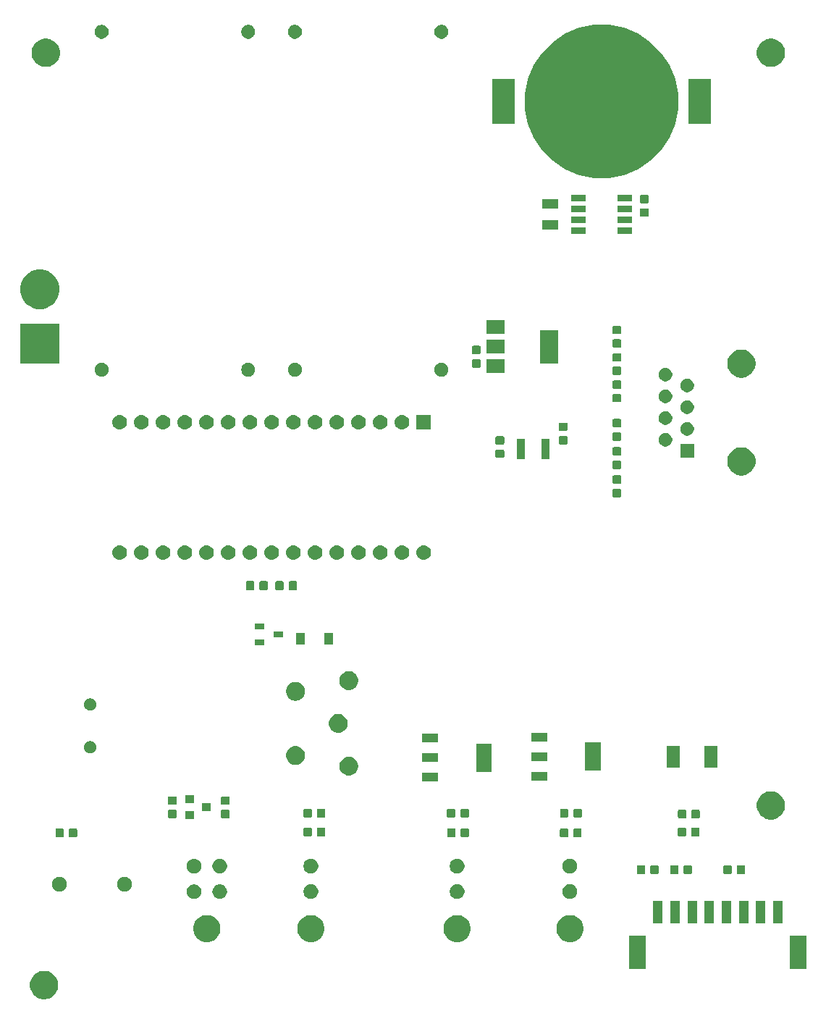
<source format=gbr>
G04 #@! TF.GenerationSoftware,KiCad,Pcbnew,(5.1.2)-2*
G04 #@! TF.CreationDate,2019-09-10T19:29:30+02:00*
G04 #@! TF.ProjectId,Control_board,436f6e74-726f-46c5-9f62-6f6172642e6b,rev?*
G04 #@! TF.SameCoordinates,Original*
G04 #@! TF.FileFunction,Soldermask,Top*
G04 #@! TF.FilePolarity,Negative*
%FSLAX46Y46*%
G04 Gerber Fmt 4.6, Leading zero omitted, Abs format (unit mm)*
G04 Created by KiCad (PCBNEW (5.1.2)-2) date 2019-09-10 19:29:30*
%MOMM*%
%LPD*%
G04 APERTURE LIST*
%ADD10C,0.100000*%
G04 APERTURE END LIST*
D10*
G36*
X84375256Y-175391298D02*
G01*
X84481579Y-175412447D01*
X84782042Y-175536903D01*
X85052451Y-175717585D01*
X85282415Y-175947549D01*
X85463097Y-176217958D01*
X85587553Y-176518421D01*
X85651000Y-176837391D01*
X85651000Y-177162609D01*
X85587553Y-177481579D01*
X85463097Y-177782042D01*
X85282415Y-178052451D01*
X85052451Y-178282415D01*
X84782042Y-178463097D01*
X84481579Y-178587553D01*
X84375256Y-178608702D01*
X84162611Y-178651000D01*
X83837389Y-178651000D01*
X83624744Y-178608702D01*
X83518421Y-178587553D01*
X83217958Y-178463097D01*
X82947549Y-178282415D01*
X82717585Y-178052451D01*
X82536903Y-177782042D01*
X82412447Y-177481579D01*
X82349000Y-177162609D01*
X82349000Y-176837391D01*
X82412447Y-176518421D01*
X82536903Y-176217958D01*
X82717585Y-175947549D01*
X82947549Y-175717585D01*
X83217958Y-175536903D01*
X83518421Y-175412447D01*
X83624744Y-175391298D01*
X83837389Y-175349000D01*
X84162611Y-175349000D01*
X84375256Y-175391298D01*
X84375256Y-175391298D01*
G37*
G36*
X173151000Y-175089000D02*
G01*
X171249000Y-175089000D01*
X171249000Y-171187000D01*
X173151000Y-171187000D01*
X173151000Y-175089000D01*
X173151000Y-175089000D01*
G37*
G36*
X154351000Y-175089000D02*
G01*
X152449000Y-175089000D01*
X152449000Y-171187000D01*
X154351000Y-171187000D01*
X154351000Y-175089000D01*
X154351000Y-175089000D01*
G37*
G36*
X103274083Y-168839090D02*
G01*
X103502702Y-168884564D01*
X103789516Y-169003367D01*
X104047642Y-169175841D01*
X104267159Y-169395358D01*
X104439633Y-169653484D01*
X104558436Y-169940298D01*
X104619000Y-170244778D01*
X104619000Y-170555222D01*
X104558436Y-170859702D01*
X104439633Y-171146516D01*
X104267159Y-171404642D01*
X104047642Y-171624159D01*
X103789516Y-171796633D01*
X103502702Y-171915436D01*
X103274083Y-171960910D01*
X103198224Y-171976000D01*
X102887776Y-171976000D01*
X102811917Y-171960910D01*
X102583298Y-171915436D01*
X102296484Y-171796633D01*
X102038358Y-171624159D01*
X101818841Y-171404642D01*
X101646367Y-171146516D01*
X101527564Y-170859702D01*
X101467000Y-170555222D01*
X101467000Y-170244778D01*
X101527564Y-169940298D01*
X101646367Y-169653484D01*
X101818841Y-169395358D01*
X102038358Y-169175841D01*
X102296484Y-169003367D01*
X102583298Y-168884564D01*
X102811917Y-168839090D01*
X102887776Y-168824000D01*
X103198224Y-168824000D01*
X103274083Y-168839090D01*
X103274083Y-168839090D01*
G37*
G36*
X132531083Y-168839090D02*
G01*
X132759702Y-168884564D01*
X133046516Y-169003367D01*
X133304642Y-169175841D01*
X133524159Y-169395358D01*
X133696633Y-169653484D01*
X133815436Y-169940298D01*
X133876000Y-170244778D01*
X133876000Y-170555222D01*
X133815436Y-170859702D01*
X133696633Y-171146516D01*
X133524159Y-171404642D01*
X133304642Y-171624159D01*
X133046516Y-171796633D01*
X132759702Y-171915436D01*
X132531083Y-171960910D01*
X132455224Y-171976000D01*
X132144776Y-171976000D01*
X132068917Y-171960910D01*
X131840298Y-171915436D01*
X131553484Y-171796633D01*
X131295358Y-171624159D01*
X131075841Y-171404642D01*
X130903367Y-171146516D01*
X130784564Y-170859702D01*
X130724000Y-170555222D01*
X130724000Y-170244778D01*
X130784564Y-169940298D01*
X130903367Y-169653484D01*
X131075841Y-169395358D01*
X131295358Y-169175841D01*
X131553484Y-169003367D01*
X131840298Y-168884564D01*
X132068917Y-168839090D01*
X132144776Y-168824000D01*
X132455224Y-168824000D01*
X132531083Y-168839090D01*
X132531083Y-168839090D01*
G37*
G36*
X145731083Y-168839090D02*
G01*
X145959702Y-168884564D01*
X146246516Y-169003367D01*
X146504642Y-169175841D01*
X146724159Y-169395358D01*
X146896633Y-169653484D01*
X147015436Y-169940298D01*
X147076000Y-170244778D01*
X147076000Y-170555222D01*
X147015436Y-170859702D01*
X146896633Y-171146516D01*
X146724159Y-171404642D01*
X146504642Y-171624159D01*
X146246516Y-171796633D01*
X145959702Y-171915436D01*
X145731083Y-171960910D01*
X145655224Y-171976000D01*
X145344776Y-171976000D01*
X145268917Y-171960910D01*
X145040298Y-171915436D01*
X144753484Y-171796633D01*
X144495358Y-171624159D01*
X144275841Y-171404642D01*
X144103367Y-171146516D01*
X143984564Y-170859702D01*
X143924000Y-170555222D01*
X143924000Y-170244778D01*
X143984564Y-169940298D01*
X144103367Y-169653484D01*
X144275841Y-169395358D01*
X144495358Y-169175841D01*
X144753484Y-169003367D01*
X145040298Y-168884564D01*
X145268917Y-168839090D01*
X145344776Y-168824000D01*
X145655224Y-168824000D01*
X145731083Y-168839090D01*
X145731083Y-168839090D01*
G37*
G36*
X115431083Y-168839090D02*
G01*
X115659702Y-168884564D01*
X115946516Y-169003367D01*
X116204642Y-169175841D01*
X116424159Y-169395358D01*
X116596633Y-169653484D01*
X116715436Y-169940298D01*
X116776000Y-170244778D01*
X116776000Y-170555222D01*
X116715436Y-170859702D01*
X116596633Y-171146516D01*
X116424159Y-171404642D01*
X116204642Y-171624159D01*
X115946516Y-171796633D01*
X115659702Y-171915436D01*
X115431083Y-171960910D01*
X115355224Y-171976000D01*
X115044776Y-171976000D01*
X114968917Y-171960910D01*
X114740298Y-171915436D01*
X114453484Y-171796633D01*
X114195358Y-171624159D01*
X113975841Y-171404642D01*
X113803367Y-171146516D01*
X113684564Y-170859702D01*
X113624000Y-170555222D01*
X113624000Y-170244778D01*
X113684564Y-169940298D01*
X113803367Y-169653484D01*
X113975841Y-169395358D01*
X114195358Y-169175841D01*
X114453484Y-169003367D01*
X114740298Y-168884564D01*
X114968917Y-168839090D01*
X115044776Y-168824000D01*
X115355224Y-168824000D01*
X115431083Y-168839090D01*
X115431083Y-168839090D01*
G37*
G36*
X162351000Y-169789000D02*
G01*
X161249000Y-169789000D01*
X161249000Y-167187000D01*
X162351000Y-167187000D01*
X162351000Y-169789000D01*
X162351000Y-169789000D01*
G37*
G36*
X156351000Y-169789000D02*
G01*
X155249000Y-169789000D01*
X155249000Y-167187000D01*
X156351000Y-167187000D01*
X156351000Y-169789000D01*
X156351000Y-169789000D01*
G37*
G36*
X158351000Y-169789000D02*
G01*
X157249000Y-169789000D01*
X157249000Y-167187000D01*
X158351000Y-167187000D01*
X158351000Y-169789000D01*
X158351000Y-169789000D01*
G37*
G36*
X160351000Y-169789000D02*
G01*
X159249000Y-169789000D01*
X159249000Y-167187000D01*
X160351000Y-167187000D01*
X160351000Y-169789000D01*
X160351000Y-169789000D01*
G37*
G36*
X164351000Y-169789000D02*
G01*
X163249000Y-169789000D01*
X163249000Y-167187000D01*
X164351000Y-167187000D01*
X164351000Y-169789000D01*
X164351000Y-169789000D01*
G37*
G36*
X166351000Y-169789000D02*
G01*
X165249000Y-169789000D01*
X165249000Y-167187000D01*
X166351000Y-167187000D01*
X166351000Y-169789000D01*
X166351000Y-169789000D01*
G37*
G36*
X168351000Y-169789000D02*
G01*
X167249000Y-169789000D01*
X167249000Y-167187000D01*
X168351000Y-167187000D01*
X168351000Y-169789000D01*
X168351000Y-169789000D01*
G37*
G36*
X170351000Y-169789000D02*
G01*
X169249000Y-169789000D01*
X169249000Y-167187000D01*
X170351000Y-167187000D01*
X170351000Y-169789000D01*
X170351000Y-169789000D01*
G37*
G36*
X115451143Y-165252087D02*
G01*
X115607838Y-165316992D01*
X115748853Y-165411215D01*
X115868785Y-165531147D01*
X115963008Y-165672162D01*
X116027913Y-165828857D01*
X116061000Y-165995198D01*
X116061000Y-166164802D01*
X116027913Y-166331143D01*
X115963008Y-166487838D01*
X115868785Y-166628853D01*
X115748853Y-166748785D01*
X115607838Y-166843008D01*
X115451143Y-166907913D01*
X115284802Y-166941000D01*
X115115198Y-166941000D01*
X114948857Y-166907913D01*
X114792162Y-166843008D01*
X114651147Y-166748785D01*
X114531215Y-166628853D01*
X114436992Y-166487838D01*
X114372087Y-166331143D01*
X114339000Y-166164802D01*
X114339000Y-165995198D01*
X114372087Y-165828857D01*
X114436992Y-165672162D01*
X114531215Y-165531147D01*
X114651147Y-165411215D01*
X114792162Y-165316992D01*
X114948857Y-165252087D01*
X115115198Y-165219000D01*
X115284802Y-165219000D01*
X115451143Y-165252087D01*
X115451143Y-165252087D01*
G37*
G36*
X145751143Y-165252087D02*
G01*
X145907838Y-165316992D01*
X146048853Y-165411215D01*
X146168785Y-165531147D01*
X146263008Y-165672162D01*
X146327913Y-165828857D01*
X146361000Y-165995198D01*
X146361000Y-166164802D01*
X146327913Y-166331143D01*
X146263008Y-166487838D01*
X146168785Y-166628853D01*
X146048853Y-166748785D01*
X145907838Y-166843008D01*
X145751143Y-166907913D01*
X145584802Y-166941000D01*
X145415198Y-166941000D01*
X145248857Y-166907913D01*
X145092162Y-166843008D01*
X144951147Y-166748785D01*
X144831215Y-166628853D01*
X144736992Y-166487838D01*
X144672087Y-166331143D01*
X144639000Y-166164802D01*
X144639000Y-165995198D01*
X144672087Y-165828857D01*
X144736992Y-165672162D01*
X144831215Y-165531147D01*
X144951147Y-165411215D01*
X145092162Y-165316992D01*
X145248857Y-165252087D01*
X145415198Y-165219000D01*
X145584802Y-165219000D01*
X145751143Y-165252087D01*
X145751143Y-165252087D01*
G37*
G36*
X132551143Y-165252087D02*
G01*
X132707838Y-165316992D01*
X132848853Y-165411215D01*
X132968785Y-165531147D01*
X133063008Y-165672162D01*
X133127913Y-165828857D01*
X133161000Y-165995198D01*
X133161000Y-166164802D01*
X133127913Y-166331143D01*
X133063008Y-166487838D01*
X132968785Y-166628853D01*
X132848853Y-166748785D01*
X132707838Y-166843008D01*
X132551143Y-166907913D01*
X132384802Y-166941000D01*
X132215198Y-166941000D01*
X132048857Y-166907913D01*
X131892162Y-166843008D01*
X131751147Y-166748785D01*
X131631215Y-166628853D01*
X131536992Y-166487838D01*
X131472087Y-166331143D01*
X131439000Y-166164802D01*
X131439000Y-165995198D01*
X131472087Y-165828857D01*
X131536992Y-165672162D01*
X131631215Y-165531147D01*
X131751147Y-165411215D01*
X131892162Y-165316992D01*
X132048857Y-165252087D01*
X132215198Y-165219000D01*
X132384802Y-165219000D01*
X132551143Y-165252087D01*
X132551143Y-165252087D01*
G37*
G36*
X104736992Y-165248366D02*
G01*
X104791957Y-165259299D01*
X104901789Y-165304793D01*
X104931240Y-165316992D01*
X104947284Y-165323638D01*
X105087075Y-165417043D01*
X105205957Y-165535925D01*
X105299362Y-165675716D01*
X105362796Y-165828857D01*
X105363701Y-165831044D01*
X105388188Y-165954147D01*
X105396500Y-165995938D01*
X105396500Y-166164062D01*
X105363701Y-166328957D01*
X105299362Y-166484284D01*
X105205957Y-166624075D01*
X105087075Y-166742957D01*
X104947284Y-166836362D01*
X104947283Y-166836363D01*
X104947282Y-166836363D01*
X104901789Y-166855207D01*
X104791957Y-166900701D01*
X104755704Y-166907912D01*
X104627064Y-166933500D01*
X104458936Y-166933500D01*
X104330296Y-166907912D01*
X104294043Y-166900701D01*
X104184211Y-166855207D01*
X104138718Y-166836363D01*
X104138717Y-166836363D01*
X104138716Y-166836362D01*
X103998925Y-166742957D01*
X103880043Y-166624075D01*
X103786638Y-166484284D01*
X103722299Y-166328957D01*
X103689500Y-166164062D01*
X103689500Y-165995938D01*
X103697813Y-165954147D01*
X103722299Y-165831044D01*
X103723205Y-165828857D01*
X103786638Y-165675716D01*
X103880043Y-165535925D01*
X103998925Y-165417043D01*
X104138716Y-165323638D01*
X104154761Y-165316992D01*
X104184211Y-165304793D01*
X104294043Y-165259299D01*
X104349008Y-165248366D01*
X104458936Y-165226500D01*
X104627064Y-165226500D01*
X104736992Y-165248366D01*
X104736992Y-165248366D01*
G37*
G36*
X101736992Y-165248366D02*
G01*
X101791957Y-165259299D01*
X101901789Y-165304793D01*
X101931240Y-165316992D01*
X101947284Y-165323638D01*
X102087075Y-165417043D01*
X102205957Y-165535925D01*
X102299362Y-165675716D01*
X102362796Y-165828857D01*
X102363701Y-165831044D01*
X102388188Y-165954147D01*
X102396500Y-165995938D01*
X102396500Y-166164062D01*
X102363701Y-166328957D01*
X102299362Y-166484284D01*
X102205957Y-166624075D01*
X102087075Y-166742957D01*
X101947284Y-166836362D01*
X101947283Y-166836363D01*
X101947282Y-166836363D01*
X101901789Y-166855207D01*
X101791957Y-166900701D01*
X101755704Y-166907912D01*
X101627064Y-166933500D01*
X101458936Y-166933500D01*
X101330296Y-166907912D01*
X101294043Y-166900701D01*
X101184211Y-166855207D01*
X101138718Y-166836363D01*
X101138717Y-166836363D01*
X101138716Y-166836362D01*
X100998925Y-166742957D01*
X100880043Y-166624075D01*
X100786638Y-166484284D01*
X100722299Y-166328957D01*
X100689500Y-166164062D01*
X100689500Y-165995938D01*
X100697813Y-165954147D01*
X100722299Y-165831044D01*
X100723205Y-165828857D01*
X100786638Y-165675716D01*
X100880043Y-165535925D01*
X100998925Y-165417043D01*
X101138716Y-165323638D01*
X101154761Y-165316992D01*
X101184211Y-165304793D01*
X101294043Y-165259299D01*
X101349008Y-165248366D01*
X101458936Y-165226500D01*
X101627064Y-165226500D01*
X101736992Y-165248366D01*
X101736992Y-165248366D01*
G37*
G36*
X86048228Y-164381703D02*
G01*
X86203100Y-164445853D01*
X86342481Y-164538985D01*
X86461015Y-164657519D01*
X86554147Y-164796900D01*
X86618297Y-164951772D01*
X86651000Y-165116184D01*
X86651000Y-165283816D01*
X86618297Y-165448228D01*
X86554147Y-165603100D01*
X86461015Y-165742481D01*
X86342481Y-165861015D01*
X86203100Y-165954147D01*
X86048228Y-166018297D01*
X85883816Y-166051000D01*
X85716184Y-166051000D01*
X85551772Y-166018297D01*
X85396900Y-165954147D01*
X85257519Y-165861015D01*
X85138985Y-165742481D01*
X85045853Y-165603100D01*
X84981703Y-165448228D01*
X84949000Y-165283816D01*
X84949000Y-165116184D01*
X84981703Y-164951772D01*
X85045853Y-164796900D01*
X85138985Y-164657519D01*
X85257519Y-164538985D01*
X85396900Y-164445853D01*
X85551772Y-164381703D01*
X85716184Y-164349000D01*
X85883816Y-164349000D01*
X86048228Y-164381703D01*
X86048228Y-164381703D01*
G37*
G36*
X93648228Y-164381703D02*
G01*
X93803100Y-164445853D01*
X93942481Y-164538985D01*
X94061015Y-164657519D01*
X94154147Y-164796900D01*
X94218297Y-164951772D01*
X94251000Y-165116184D01*
X94251000Y-165283816D01*
X94218297Y-165448228D01*
X94154147Y-165603100D01*
X94061015Y-165742481D01*
X93942481Y-165861015D01*
X93803100Y-165954147D01*
X93648228Y-166018297D01*
X93483816Y-166051000D01*
X93316184Y-166051000D01*
X93151772Y-166018297D01*
X92996900Y-165954147D01*
X92857519Y-165861015D01*
X92738985Y-165742481D01*
X92645853Y-165603100D01*
X92581703Y-165448228D01*
X92549000Y-165283816D01*
X92549000Y-165116184D01*
X92581703Y-164951772D01*
X92645853Y-164796900D01*
X92738985Y-164657519D01*
X92857519Y-164538985D01*
X92996900Y-164445853D01*
X93151772Y-164381703D01*
X93316184Y-164349000D01*
X93483816Y-164349000D01*
X93648228Y-164381703D01*
X93648228Y-164381703D01*
G37*
G36*
X159632091Y-162978085D02*
G01*
X159666069Y-162988393D01*
X159697390Y-163005134D01*
X159724839Y-163027661D01*
X159747366Y-163055110D01*
X159764107Y-163086431D01*
X159774415Y-163120409D01*
X159778500Y-163161890D01*
X159778500Y-163838110D01*
X159774415Y-163879591D01*
X159764107Y-163913569D01*
X159747366Y-163944890D01*
X159724839Y-163972339D01*
X159697390Y-163994866D01*
X159666069Y-164011607D01*
X159632091Y-164021915D01*
X159590610Y-164026000D01*
X158989390Y-164026000D01*
X158947909Y-164021915D01*
X158913931Y-164011607D01*
X158882610Y-163994866D01*
X158855161Y-163972339D01*
X158832634Y-163944890D01*
X158815893Y-163913569D01*
X158805585Y-163879591D01*
X158801500Y-163838110D01*
X158801500Y-163161890D01*
X158805585Y-163120409D01*
X158815893Y-163086431D01*
X158832634Y-163055110D01*
X158855161Y-163027661D01*
X158882610Y-163005134D01*
X158913931Y-162988393D01*
X158947909Y-162978085D01*
X158989390Y-162974000D01*
X159590610Y-162974000D01*
X159632091Y-162978085D01*
X159632091Y-162978085D01*
G37*
G36*
X158057091Y-162978085D02*
G01*
X158091069Y-162988393D01*
X158122390Y-163005134D01*
X158149839Y-163027661D01*
X158172366Y-163055110D01*
X158189107Y-163086431D01*
X158199415Y-163120409D01*
X158203500Y-163161890D01*
X158203500Y-163838110D01*
X158199415Y-163879591D01*
X158189107Y-163913569D01*
X158172366Y-163944890D01*
X158149839Y-163972339D01*
X158122390Y-163994866D01*
X158091069Y-164011607D01*
X158057091Y-164021915D01*
X158015610Y-164026000D01*
X157414390Y-164026000D01*
X157372909Y-164021915D01*
X157338931Y-164011607D01*
X157307610Y-163994866D01*
X157280161Y-163972339D01*
X157257634Y-163944890D01*
X157240893Y-163913569D01*
X157230585Y-163879591D01*
X157226500Y-163838110D01*
X157226500Y-163161890D01*
X157230585Y-163120409D01*
X157240893Y-163086431D01*
X157257634Y-163055110D01*
X157280161Y-163027661D01*
X157307610Y-163005134D01*
X157338931Y-162988393D01*
X157372909Y-162978085D01*
X157414390Y-162974000D01*
X158015610Y-162974000D01*
X158057091Y-162978085D01*
X158057091Y-162978085D01*
G37*
G36*
X155737091Y-162978085D02*
G01*
X155771069Y-162988393D01*
X155802390Y-163005134D01*
X155829839Y-163027661D01*
X155852366Y-163055110D01*
X155869107Y-163086431D01*
X155879415Y-163120409D01*
X155883500Y-163161890D01*
X155883500Y-163838110D01*
X155879415Y-163879591D01*
X155869107Y-163913569D01*
X155852366Y-163944890D01*
X155829839Y-163972339D01*
X155802390Y-163994866D01*
X155771069Y-164011607D01*
X155737091Y-164021915D01*
X155695610Y-164026000D01*
X155094390Y-164026000D01*
X155052909Y-164021915D01*
X155018931Y-164011607D01*
X154987610Y-163994866D01*
X154960161Y-163972339D01*
X154937634Y-163944890D01*
X154920893Y-163913569D01*
X154910585Y-163879591D01*
X154906500Y-163838110D01*
X154906500Y-163161890D01*
X154910585Y-163120409D01*
X154920893Y-163086431D01*
X154937634Y-163055110D01*
X154960161Y-163027661D01*
X154987610Y-163005134D01*
X155018931Y-162988393D01*
X155052909Y-162978085D01*
X155094390Y-162974000D01*
X155695610Y-162974000D01*
X155737091Y-162978085D01*
X155737091Y-162978085D01*
G37*
G36*
X154162091Y-162978085D02*
G01*
X154196069Y-162988393D01*
X154227390Y-163005134D01*
X154254839Y-163027661D01*
X154277366Y-163055110D01*
X154294107Y-163086431D01*
X154304415Y-163120409D01*
X154308500Y-163161890D01*
X154308500Y-163838110D01*
X154304415Y-163879591D01*
X154294107Y-163913569D01*
X154277366Y-163944890D01*
X154254839Y-163972339D01*
X154227390Y-163994866D01*
X154196069Y-164011607D01*
X154162091Y-164021915D01*
X154120610Y-164026000D01*
X153519390Y-164026000D01*
X153477909Y-164021915D01*
X153443931Y-164011607D01*
X153412610Y-163994866D01*
X153385161Y-163972339D01*
X153362634Y-163944890D01*
X153345893Y-163913569D01*
X153335585Y-163879591D01*
X153331500Y-163838110D01*
X153331500Y-163161890D01*
X153335585Y-163120409D01*
X153345893Y-163086431D01*
X153362634Y-163055110D01*
X153385161Y-163027661D01*
X153412610Y-163005134D01*
X153443931Y-162988393D01*
X153477909Y-162978085D01*
X153519390Y-162974000D01*
X154120610Y-162974000D01*
X154162091Y-162978085D01*
X154162091Y-162978085D01*
G37*
G36*
X165842091Y-162978085D02*
G01*
X165876069Y-162988393D01*
X165907390Y-163005134D01*
X165934839Y-163027661D01*
X165957366Y-163055110D01*
X165974107Y-163086431D01*
X165984415Y-163120409D01*
X165988500Y-163161890D01*
X165988500Y-163838110D01*
X165984415Y-163879591D01*
X165974107Y-163913569D01*
X165957366Y-163944890D01*
X165934839Y-163972339D01*
X165907390Y-163994866D01*
X165876069Y-164011607D01*
X165842091Y-164021915D01*
X165800610Y-164026000D01*
X165199390Y-164026000D01*
X165157909Y-164021915D01*
X165123931Y-164011607D01*
X165092610Y-163994866D01*
X165065161Y-163972339D01*
X165042634Y-163944890D01*
X165025893Y-163913569D01*
X165015585Y-163879591D01*
X165011500Y-163838110D01*
X165011500Y-163161890D01*
X165015585Y-163120409D01*
X165025893Y-163086431D01*
X165042634Y-163055110D01*
X165065161Y-163027661D01*
X165092610Y-163005134D01*
X165123931Y-162988393D01*
X165157909Y-162978085D01*
X165199390Y-162974000D01*
X165800610Y-162974000D01*
X165842091Y-162978085D01*
X165842091Y-162978085D01*
G37*
G36*
X164267091Y-162978085D02*
G01*
X164301069Y-162988393D01*
X164332390Y-163005134D01*
X164359839Y-163027661D01*
X164382366Y-163055110D01*
X164399107Y-163086431D01*
X164409415Y-163120409D01*
X164413500Y-163161890D01*
X164413500Y-163838110D01*
X164409415Y-163879591D01*
X164399107Y-163913569D01*
X164382366Y-163944890D01*
X164359839Y-163972339D01*
X164332390Y-163994866D01*
X164301069Y-164011607D01*
X164267091Y-164021915D01*
X164225610Y-164026000D01*
X163624390Y-164026000D01*
X163582909Y-164021915D01*
X163548931Y-164011607D01*
X163517610Y-163994866D01*
X163490161Y-163972339D01*
X163467634Y-163944890D01*
X163450893Y-163913569D01*
X163440585Y-163879591D01*
X163436500Y-163838110D01*
X163436500Y-163161890D01*
X163440585Y-163120409D01*
X163450893Y-163086431D01*
X163467634Y-163055110D01*
X163490161Y-163027661D01*
X163517610Y-163005134D01*
X163548931Y-162988393D01*
X163582909Y-162978085D01*
X163624390Y-162974000D01*
X164225610Y-162974000D01*
X164267091Y-162978085D01*
X164267091Y-162978085D01*
G37*
G36*
X115451143Y-162252087D02*
G01*
X115607838Y-162316992D01*
X115748853Y-162411215D01*
X115868785Y-162531147D01*
X115963008Y-162672162D01*
X116027913Y-162828857D01*
X116061000Y-162995198D01*
X116061000Y-163164802D01*
X116027913Y-163331143D01*
X115963008Y-163487838D01*
X115868785Y-163628853D01*
X115748853Y-163748785D01*
X115607838Y-163843008D01*
X115451143Y-163907913D01*
X115284802Y-163941000D01*
X115115198Y-163941000D01*
X114948857Y-163907913D01*
X114792162Y-163843008D01*
X114651147Y-163748785D01*
X114531215Y-163628853D01*
X114436992Y-163487838D01*
X114372087Y-163331143D01*
X114339000Y-163164802D01*
X114339000Y-162995198D01*
X114372087Y-162828857D01*
X114436992Y-162672162D01*
X114531215Y-162531147D01*
X114651147Y-162411215D01*
X114792162Y-162316992D01*
X114948857Y-162252087D01*
X115115198Y-162219000D01*
X115284802Y-162219000D01*
X115451143Y-162252087D01*
X115451143Y-162252087D01*
G37*
G36*
X132551143Y-162252087D02*
G01*
X132707838Y-162316992D01*
X132848853Y-162411215D01*
X132968785Y-162531147D01*
X133063008Y-162672162D01*
X133127913Y-162828857D01*
X133161000Y-162995198D01*
X133161000Y-163164802D01*
X133127913Y-163331143D01*
X133063008Y-163487838D01*
X132968785Y-163628853D01*
X132848853Y-163748785D01*
X132707838Y-163843008D01*
X132551143Y-163907913D01*
X132384802Y-163941000D01*
X132215198Y-163941000D01*
X132048857Y-163907913D01*
X131892162Y-163843008D01*
X131751147Y-163748785D01*
X131631215Y-163628853D01*
X131536992Y-163487838D01*
X131472087Y-163331143D01*
X131439000Y-163164802D01*
X131439000Y-162995198D01*
X131472087Y-162828857D01*
X131536992Y-162672162D01*
X131631215Y-162531147D01*
X131751147Y-162411215D01*
X131892162Y-162316992D01*
X132048857Y-162252087D01*
X132215198Y-162219000D01*
X132384802Y-162219000D01*
X132551143Y-162252087D01*
X132551143Y-162252087D01*
G37*
G36*
X145751143Y-162252087D02*
G01*
X145907838Y-162316992D01*
X146048853Y-162411215D01*
X146168785Y-162531147D01*
X146263008Y-162672162D01*
X146327913Y-162828857D01*
X146361000Y-162995198D01*
X146361000Y-163164802D01*
X146327913Y-163331143D01*
X146263008Y-163487838D01*
X146168785Y-163628853D01*
X146048853Y-163748785D01*
X145907838Y-163843008D01*
X145751143Y-163907913D01*
X145584802Y-163941000D01*
X145415198Y-163941000D01*
X145248857Y-163907913D01*
X145092162Y-163843008D01*
X144951147Y-163748785D01*
X144831215Y-163628853D01*
X144736992Y-163487838D01*
X144672087Y-163331143D01*
X144639000Y-163164802D01*
X144639000Y-162995198D01*
X144672087Y-162828857D01*
X144736992Y-162672162D01*
X144831215Y-162531147D01*
X144951147Y-162411215D01*
X145092162Y-162316992D01*
X145248857Y-162252087D01*
X145415198Y-162219000D01*
X145584802Y-162219000D01*
X145751143Y-162252087D01*
X145751143Y-162252087D01*
G37*
G36*
X101736992Y-162248366D02*
G01*
X101791957Y-162259299D01*
X101901789Y-162304793D01*
X101931240Y-162316992D01*
X101947284Y-162323638D01*
X102087075Y-162417043D01*
X102205957Y-162535925D01*
X102299362Y-162675716D01*
X102362796Y-162828857D01*
X102363701Y-162831044D01*
X102395835Y-162992592D01*
X102396500Y-162995938D01*
X102396500Y-163164062D01*
X102363701Y-163328957D01*
X102299362Y-163484284D01*
X102205957Y-163624075D01*
X102087075Y-163742957D01*
X101947284Y-163836362D01*
X101947283Y-163836363D01*
X101947282Y-163836363D01*
X101901789Y-163855207D01*
X101791957Y-163900701D01*
X101755704Y-163907912D01*
X101627064Y-163933500D01*
X101458936Y-163933500D01*
X101330296Y-163907912D01*
X101294043Y-163900701D01*
X101184211Y-163855207D01*
X101138718Y-163836363D01*
X101138717Y-163836363D01*
X101138716Y-163836362D01*
X100998925Y-163742957D01*
X100880043Y-163624075D01*
X100786638Y-163484284D01*
X100722299Y-163328957D01*
X100689500Y-163164062D01*
X100689500Y-162995938D01*
X100690166Y-162992592D01*
X100722299Y-162831044D01*
X100723205Y-162828857D01*
X100786638Y-162675716D01*
X100880043Y-162535925D01*
X100998925Y-162417043D01*
X101138716Y-162323638D01*
X101154761Y-162316992D01*
X101184211Y-162304793D01*
X101294043Y-162259299D01*
X101349008Y-162248366D01*
X101458936Y-162226500D01*
X101627064Y-162226500D01*
X101736992Y-162248366D01*
X101736992Y-162248366D01*
G37*
G36*
X104736992Y-162248366D02*
G01*
X104791957Y-162259299D01*
X104901789Y-162304793D01*
X104931240Y-162316992D01*
X104947284Y-162323638D01*
X105087075Y-162417043D01*
X105205957Y-162535925D01*
X105299362Y-162675716D01*
X105362796Y-162828857D01*
X105363701Y-162831044D01*
X105395835Y-162992592D01*
X105396500Y-162995938D01*
X105396500Y-163164062D01*
X105363701Y-163328957D01*
X105299362Y-163484284D01*
X105205957Y-163624075D01*
X105087075Y-163742957D01*
X104947284Y-163836362D01*
X104947283Y-163836363D01*
X104947282Y-163836363D01*
X104901789Y-163855207D01*
X104791957Y-163900701D01*
X104755704Y-163907912D01*
X104627064Y-163933500D01*
X104458936Y-163933500D01*
X104330296Y-163907912D01*
X104294043Y-163900701D01*
X104184211Y-163855207D01*
X104138718Y-163836363D01*
X104138717Y-163836363D01*
X104138716Y-163836362D01*
X103998925Y-163742957D01*
X103880043Y-163624075D01*
X103786638Y-163484284D01*
X103722299Y-163328957D01*
X103689500Y-163164062D01*
X103689500Y-162995938D01*
X103690166Y-162992592D01*
X103722299Y-162831044D01*
X103723205Y-162828857D01*
X103786638Y-162675716D01*
X103880043Y-162535925D01*
X103998925Y-162417043D01*
X104138716Y-162323638D01*
X104154761Y-162316992D01*
X104184211Y-162304793D01*
X104294043Y-162259299D01*
X104349008Y-162248366D01*
X104458936Y-162226500D01*
X104627064Y-162226500D01*
X104736992Y-162248366D01*
X104736992Y-162248366D01*
G37*
G36*
X146729591Y-158678085D02*
G01*
X146763569Y-158688393D01*
X146794890Y-158705134D01*
X146822339Y-158727661D01*
X146844866Y-158755110D01*
X146861607Y-158786431D01*
X146871915Y-158820409D01*
X146876000Y-158861890D01*
X146876000Y-159538110D01*
X146871915Y-159579591D01*
X146861607Y-159613569D01*
X146844866Y-159644890D01*
X146822339Y-159672339D01*
X146794890Y-159694866D01*
X146763569Y-159711607D01*
X146729591Y-159721915D01*
X146688110Y-159726000D01*
X146086890Y-159726000D01*
X146045409Y-159721915D01*
X146011431Y-159711607D01*
X145980110Y-159694866D01*
X145952661Y-159672339D01*
X145930134Y-159644890D01*
X145913393Y-159613569D01*
X145903085Y-159579591D01*
X145899000Y-159538110D01*
X145899000Y-158861890D01*
X145903085Y-158820409D01*
X145913393Y-158786431D01*
X145930134Y-158755110D01*
X145952661Y-158727661D01*
X145980110Y-158705134D01*
X146011431Y-158688393D01*
X146045409Y-158678085D01*
X146086890Y-158674000D01*
X146688110Y-158674000D01*
X146729591Y-158678085D01*
X146729591Y-158678085D01*
G37*
G36*
X87729591Y-158678085D02*
G01*
X87763569Y-158688393D01*
X87794890Y-158705134D01*
X87822339Y-158727661D01*
X87844866Y-158755110D01*
X87861607Y-158786431D01*
X87871915Y-158820409D01*
X87876000Y-158861890D01*
X87876000Y-159538110D01*
X87871915Y-159579591D01*
X87861607Y-159613569D01*
X87844866Y-159644890D01*
X87822339Y-159672339D01*
X87794890Y-159694866D01*
X87763569Y-159711607D01*
X87729591Y-159721915D01*
X87688110Y-159726000D01*
X87086890Y-159726000D01*
X87045409Y-159721915D01*
X87011431Y-159711607D01*
X86980110Y-159694866D01*
X86952661Y-159672339D01*
X86930134Y-159644890D01*
X86913393Y-159613569D01*
X86903085Y-159579591D01*
X86899000Y-159538110D01*
X86899000Y-158861890D01*
X86903085Y-158820409D01*
X86913393Y-158786431D01*
X86930134Y-158755110D01*
X86952661Y-158727661D01*
X86980110Y-158705134D01*
X87011431Y-158688393D01*
X87045409Y-158678085D01*
X87086890Y-158674000D01*
X87688110Y-158674000D01*
X87729591Y-158678085D01*
X87729591Y-158678085D01*
G37*
G36*
X86154591Y-158678085D02*
G01*
X86188569Y-158688393D01*
X86219890Y-158705134D01*
X86247339Y-158727661D01*
X86269866Y-158755110D01*
X86286607Y-158786431D01*
X86296915Y-158820409D01*
X86301000Y-158861890D01*
X86301000Y-159538110D01*
X86296915Y-159579591D01*
X86286607Y-159613569D01*
X86269866Y-159644890D01*
X86247339Y-159672339D01*
X86219890Y-159694866D01*
X86188569Y-159711607D01*
X86154591Y-159721915D01*
X86113110Y-159726000D01*
X85511890Y-159726000D01*
X85470409Y-159721915D01*
X85436431Y-159711607D01*
X85405110Y-159694866D01*
X85377661Y-159672339D01*
X85355134Y-159644890D01*
X85338393Y-159613569D01*
X85328085Y-159579591D01*
X85324000Y-159538110D01*
X85324000Y-158861890D01*
X85328085Y-158820409D01*
X85338393Y-158786431D01*
X85355134Y-158755110D01*
X85377661Y-158727661D01*
X85405110Y-158705134D01*
X85436431Y-158688393D01*
X85470409Y-158678085D01*
X85511890Y-158674000D01*
X86113110Y-158674000D01*
X86154591Y-158678085D01*
X86154591Y-158678085D01*
G37*
G36*
X131967091Y-158678085D02*
G01*
X132001069Y-158688393D01*
X132032390Y-158705134D01*
X132059839Y-158727661D01*
X132082366Y-158755110D01*
X132099107Y-158786431D01*
X132109415Y-158820409D01*
X132113500Y-158861890D01*
X132113500Y-159538110D01*
X132109415Y-159579591D01*
X132099107Y-159613569D01*
X132082366Y-159644890D01*
X132059839Y-159672339D01*
X132032390Y-159694866D01*
X132001069Y-159711607D01*
X131967091Y-159721915D01*
X131925610Y-159726000D01*
X131324390Y-159726000D01*
X131282909Y-159721915D01*
X131248931Y-159711607D01*
X131217610Y-159694866D01*
X131190161Y-159672339D01*
X131167634Y-159644890D01*
X131150893Y-159613569D01*
X131140585Y-159579591D01*
X131136500Y-159538110D01*
X131136500Y-158861890D01*
X131140585Y-158820409D01*
X131150893Y-158786431D01*
X131167634Y-158755110D01*
X131190161Y-158727661D01*
X131217610Y-158705134D01*
X131248931Y-158688393D01*
X131282909Y-158678085D01*
X131324390Y-158674000D01*
X131925610Y-158674000D01*
X131967091Y-158678085D01*
X131967091Y-158678085D01*
G37*
G36*
X145154591Y-158678085D02*
G01*
X145188569Y-158688393D01*
X145219890Y-158705134D01*
X145247339Y-158727661D01*
X145269866Y-158755110D01*
X145286607Y-158786431D01*
X145296915Y-158820409D01*
X145301000Y-158861890D01*
X145301000Y-159538110D01*
X145296915Y-159579591D01*
X145286607Y-159613569D01*
X145269866Y-159644890D01*
X145247339Y-159672339D01*
X145219890Y-159694866D01*
X145188569Y-159711607D01*
X145154591Y-159721915D01*
X145113110Y-159726000D01*
X144511890Y-159726000D01*
X144470409Y-159721915D01*
X144436431Y-159711607D01*
X144405110Y-159694866D01*
X144377661Y-159672339D01*
X144355134Y-159644890D01*
X144338393Y-159613569D01*
X144328085Y-159579591D01*
X144324000Y-159538110D01*
X144324000Y-158861890D01*
X144328085Y-158820409D01*
X144338393Y-158786431D01*
X144355134Y-158755110D01*
X144377661Y-158727661D01*
X144405110Y-158705134D01*
X144436431Y-158688393D01*
X144470409Y-158678085D01*
X144511890Y-158674000D01*
X145113110Y-158674000D01*
X145154591Y-158678085D01*
X145154591Y-158678085D01*
G37*
G36*
X133542091Y-158678085D02*
G01*
X133576069Y-158688393D01*
X133607390Y-158705134D01*
X133634839Y-158727661D01*
X133657366Y-158755110D01*
X133674107Y-158786431D01*
X133684415Y-158820409D01*
X133688500Y-158861890D01*
X133688500Y-159538110D01*
X133684415Y-159579591D01*
X133674107Y-159613569D01*
X133657366Y-159644890D01*
X133634839Y-159672339D01*
X133607390Y-159694866D01*
X133576069Y-159711607D01*
X133542091Y-159721915D01*
X133500610Y-159726000D01*
X132899390Y-159726000D01*
X132857909Y-159721915D01*
X132823931Y-159711607D01*
X132792610Y-159694866D01*
X132765161Y-159672339D01*
X132742634Y-159644890D01*
X132725893Y-159613569D01*
X132715585Y-159579591D01*
X132711500Y-159538110D01*
X132711500Y-158861890D01*
X132715585Y-158820409D01*
X132725893Y-158786431D01*
X132742634Y-158755110D01*
X132765161Y-158727661D01*
X132792610Y-158705134D01*
X132823931Y-158688393D01*
X132857909Y-158678085D01*
X132899390Y-158674000D01*
X133500610Y-158674000D01*
X133542091Y-158678085D01*
X133542091Y-158678085D01*
G37*
G36*
X115154591Y-158578085D02*
G01*
X115188569Y-158588393D01*
X115219890Y-158605134D01*
X115247339Y-158627661D01*
X115269866Y-158655110D01*
X115286607Y-158686431D01*
X115296915Y-158720409D01*
X115301000Y-158761890D01*
X115301000Y-159438110D01*
X115296915Y-159479591D01*
X115286607Y-159513569D01*
X115269866Y-159544890D01*
X115247339Y-159572339D01*
X115219890Y-159594866D01*
X115188569Y-159611607D01*
X115154591Y-159621915D01*
X115113110Y-159626000D01*
X114511890Y-159626000D01*
X114470409Y-159621915D01*
X114436431Y-159611607D01*
X114405110Y-159594866D01*
X114377661Y-159572339D01*
X114355134Y-159544890D01*
X114338393Y-159513569D01*
X114328085Y-159479591D01*
X114324000Y-159438110D01*
X114324000Y-158761890D01*
X114328085Y-158720409D01*
X114338393Y-158686431D01*
X114355134Y-158655110D01*
X114377661Y-158627661D01*
X114405110Y-158605134D01*
X114436431Y-158588393D01*
X114470409Y-158578085D01*
X114511890Y-158574000D01*
X115113110Y-158574000D01*
X115154591Y-158578085D01*
X115154591Y-158578085D01*
G37*
G36*
X116729591Y-158578085D02*
G01*
X116763569Y-158588393D01*
X116794890Y-158605134D01*
X116822339Y-158627661D01*
X116844866Y-158655110D01*
X116861607Y-158686431D01*
X116871915Y-158720409D01*
X116876000Y-158761890D01*
X116876000Y-159438110D01*
X116871915Y-159479591D01*
X116861607Y-159513569D01*
X116844866Y-159544890D01*
X116822339Y-159572339D01*
X116794890Y-159594866D01*
X116763569Y-159611607D01*
X116729591Y-159621915D01*
X116688110Y-159626000D01*
X116086890Y-159626000D01*
X116045409Y-159621915D01*
X116011431Y-159611607D01*
X115980110Y-159594866D01*
X115952661Y-159572339D01*
X115930134Y-159544890D01*
X115913393Y-159513569D01*
X115903085Y-159479591D01*
X115899000Y-159438110D01*
X115899000Y-158761890D01*
X115903085Y-158720409D01*
X115913393Y-158686431D01*
X115930134Y-158655110D01*
X115952661Y-158627661D01*
X115980110Y-158605134D01*
X116011431Y-158588393D01*
X116045409Y-158578085D01*
X116086890Y-158574000D01*
X116688110Y-158574000D01*
X116729591Y-158578085D01*
X116729591Y-158578085D01*
G37*
G36*
X158942091Y-158578085D02*
G01*
X158976069Y-158588393D01*
X159007390Y-158605134D01*
X159034839Y-158627661D01*
X159057366Y-158655110D01*
X159074107Y-158686431D01*
X159084415Y-158720409D01*
X159088500Y-158761890D01*
X159088500Y-159438110D01*
X159084415Y-159479591D01*
X159074107Y-159513569D01*
X159057366Y-159544890D01*
X159034839Y-159572339D01*
X159007390Y-159594866D01*
X158976069Y-159611607D01*
X158942091Y-159621915D01*
X158900610Y-159626000D01*
X158299390Y-159626000D01*
X158257909Y-159621915D01*
X158223931Y-159611607D01*
X158192610Y-159594866D01*
X158165161Y-159572339D01*
X158142634Y-159544890D01*
X158125893Y-159513569D01*
X158115585Y-159479591D01*
X158111500Y-159438110D01*
X158111500Y-158761890D01*
X158115585Y-158720409D01*
X158125893Y-158686431D01*
X158142634Y-158655110D01*
X158165161Y-158627661D01*
X158192610Y-158605134D01*
X158223931Y-158588393D01*
X158257909Y-158578085D01*
X158299390Y-158574000D01*
X158900610Y-158574000D01*
X158942091Y-158578085D01*
X158942091Y-158578085D01*
G37*
G36*
X160517091Y-158578085D02*
G01*
X160551069Y-158588393D01*
X160582390Y-158605134D01*
X160609839Y-158627661D01*
X160632366Y-158655110D01*
X160649107Y-158686431D01*
X160659415Y-158720409D01*
X160663500Y-158761890D01*
X160663500Y-159438110D01*
X160659415Y-159479591D01*
X160649107Y-159513569D01*
X160632366Y-159544890D01*
X160609839Y-159572339D01*
X160582390Y-159594866D01*
X160551069Y-159611607D01*
X160517091Y-159621915D01*
X160475610Y-159626000D01*
X159874390Y-159626000D01*
X159832909Y-159621915D01*
X159798931Y-159611607D01*
X159767610Y-159594866D01*
X159740161Y-159572339D01*
X159717634Y-159544890D01*
X159700893Y-159513569D01*
X159690585Y-159479591D01*
X159686500Y-159438110D01*
X159686500Y-158761890D01*
X159690585Y-158720409D01*
X159700893Y-158686431D01*
X159717634Y-158655110D01*
X159740161Y-158627661D01*
X159767610Y-158605134D01*
X159798931Y-158588393D01*
X159832909Y-158578085D01*
X159874390Y-158574000D01*
X160475610Y-158574000D01*
X160517091Y-158578085D01*
X160517091Y-158578085D01*
G37*
G36*
X169375256Y-154391298D02*
G01*
X169481579Y-154412447D01*
X169782042Y-154536903D01*
X170052451Y-154717585D01*
X170282415Y-154947549D01*
X170406396Y-155133099D01*
X170463098Y-155217960D01*
X170587553Y-155518422D01*
X170650006Y-155832390D01*
X170651000Y-155837391D01*
X170651000Y-156162609D01*
X170587553Y-156481579D01*
X170463097Y-156782042D01*
X170282415Y-157052451D01*
X170052451Y-157282415D01*
X169782042Y-157463097D01*
X169782041Y-157463098D01*
X169782040Y-157463098D01*
X169720714Y-157488500D01*
X169481579Y-157587553D01*
X169413976Y-157601000D01*
X169162611Y-157651000D01*
X168837389Y-157651000D01*
X168586024Y-157601000D01*
X168518421Y-157587553D01*
X168279286Y-157488500D01*
X168217960Y-157463098D01*
X168217959Y-157463098D01*
X168217958Y-157463097D01*
X167947549Y-157282415D01*
X167717585Y-157052451D01*
X167536903Y-156782042D01*
X167412447Y-156481579D01*
X167349000Y-156162609D01*
X167349000Y-155837391D01*
X167349995Y-155832390D01*
X167412447Y-155518422D01*
X167536902Y-155217960D01*
X167593604Y-155133099D01*
X167717585Y-154947549D01*
X167947549Y-154717585D01*
X168217958Y-154536903D01*
X168518421Y-154412447D01*
X168624744Y-154391298D01*
X168837389Y-154349000D01*
X169162611Y-154349000D01*
X169375256Y-154391298D01*
X169375256Y-154391298D01*
G37*
G36*
X101501000Y-157601000D02*
G01*
X100499000Y-157601000D01*
X100499000Y-156699000D01*
X101501000Y-156699000D01*
X101501000Y-157601000D01*
X101501000Y-157601000D01*
G37*
G36*
X158967091Y-156478085D02*
G01*
X159001069Y-156488393D01*
X159032390Y-156505134D01*
X159059839Y-156527661D01*
X159082366Y-156555110D01*
X159099107Y-156586431D01*
X159109415Y-156620409D01*
X159113500Y-156661890D01*
X159113500Y-157338110D01*
X159109415Y-157379591D01*
X159099107Y-157413569D01*
X159082366Y-157444890D01*
X159059839Y-157472339D01*
X159032390Y-157494866D01*
X159001069Y-157511607D01*
X158967091Y-157521915D01*
X158925610Y-157526000D01*
X158324390Y-157526000D01*
X158282909Y-157521915D01*
X158248931Y-157511607D01*
X158217610Y-157494866D01*
X158190161Y-157472339D01*
X158167634Y-157444890D01*
X158150893Y-157413569D01*
X158140585Y-157379591D01*
X158136500Y-157338110D01*
X158136500Y-156661890D01*
X158140585Y-156620409D01*
X158150893Y-156586431D01*
X158167634Y-156555110D01*
X158190161Y-156527661D01*
X158217610Y-156505134D01*
X158248931Y-156488393D01*
X158282909Y-156478085D01*
X158324390Y-156474000D01*
X158925610Y-156474000D01*
X158967091Y-156478085D01*
X158967091Y-156478085D01*
G37*
G36*
X160542091Y-156478085D02*
G01*
X160576069Y-156488393D01*
X160607390Y-156505134D01*
X160634839Y-156527661D01*
X160657366Y-156555110D01*
X160674107Y-156586431D01*
X160684415Y-156620409D01*
X160688500Y-156661890D01*
X160688500Y-157338110D01*
X160684415Y-157379591D01*
X160674107Y-157413569D01*
X160657366Y-157444890D01*
X160634839Y-157472339D01*
X160607390Y-157494866D01*
X160576069Y-157511607D01*
X160542091Y-157521915D01*
X160500610Y-157526000D01*
X159899390Y-157526000D01*
X159857909Y-157521915D01*
X159823931Y-157511607D01*
X159792610Y-157494866D01*
X159765161Y-157472339D01*
X159742634Y-157444890D01*
X159725893Y-157413569D01*
X159715585Y-157379591D01*
X159711500Y-157338110D01*
X159711500Y-156661890D01*
X159715585Y-156620409D01*
X159725893Y-156586431D01*
X159742634Y-156555110D01*
X159765161Y-156527661D01*
X159792610Y-156505134D01*
X159823931Y-156488393D01*
X159857909Y-156478085D01*
X159899390Y-156474000D01*
X160500610Y-156474000D01*
X160542091Y-156478085D01*
X160542091Y-156478085D01*
G37*
G36*
X99379591Y-156515585D02*
G01*
X99413569Y-156525893D01*
X99444890Y-156542634D01*
X99472339Y-156565161D01*
X99494866Y-156592610D01*
X99511607Y-156623931D01*
X99521915Y-156657909D01*
X99526000Y-156699390D01*
X99526000Y-157300610D01*
X99521915Y-157342091D01*
X99511607Y-157376069D01*
X99494866Y-157407390D01*
X99472339Y-157434839D01*
X99444890Y-157457366D01*
X99413569Y-157474107D01*
X99379591Y-157484415D01*
X99338110Y-157488500D01*
X98661890Y-157488500D01*
X98620409Y-157484415D01*
X98586431Y-157474107D01*
X98555110Y-157457366D01*
X98527661Y-157434839D01*
X98505134Y-157407390D01*
X98488393Y-157376069D01*
X98478085Y-157342091D01*
X98474000Y-157300610D01*
X98474000Y-156699390D01*
X98478085Y-156657909D01*
X98488393Y-156623931D01*
X98505134Y-156592610D01*
X98527661Y-156565161D01*
X98555110Y-156542634D01*
X98586431Y-156525893D01*
X98620409Y-156515585D01*
X98661890Y-156511500D01*
X99338110Y-156511500D01*
X99379591Y-156515585D01*
X99379591Y-156515585D01*
G37*
G36*
X105579591Y-156515585D02*
G01*
X105613569Y-156525893D01*
X105644890Y-156542634D01*
X105672339Y-156565161D01*
X105694866Y-156592610D01*
X105711607Y-156623931D01*
X105721915Y-156657909D01*
X105726000Y-156699390D01*
X105726000Y-157300610D01*
X105721915Y-157342091D01*
X105711607Y-157376069D01*
X105694866Y-157407390D01*
X105672339Y-157434839D01*
X105644890Y-157457366D01*
X105613569Y-157474107D01*
X105579591Y-157484415D01*
X105538110Y-157488500D01*
X104861890Y-157488500D01*
X104820409Y-157484415D01*
X104786431Y-157474107D01*
X104755110Y-157457366D01*
X104727661Y-157434839D01*
X104705134Y-157407390D01*
X104688393Y-157376069D01*
X104678085Y-157342091D01*
X104674000Y-157300610D01*
X104674000Y-156699390D01*
X104678085Y-156657909D01*
X104688393Y-156623931D01*
X104705134Y-156592610D01*
X104727661Y-156565161D01*
X104755110Y-156542634D01*
X104786431Y-156525893D01*
X104820409Y-156515585D01*
X104861890Y-156511500D01*
X105538110Y-156511500D01*
X105579591Y-156515585D01*
X105579591Y-156515585D01*
G37*
G36*
X116742091Y-156378085D02*
G01*
X116776069Y-156388393D01*
X116807390Y-156405134D01*
X116834839Y-156427661D01*
X116857366Y-156455110D01*
X116874107Y-156486431D01*
X116884415Y-156520409D01*
X116888500Y-156561890D01*
X116888500Y-157238110D01*
X116884415Y-157279591D01*
X116874107Y-157313569D01*
X116857366Y-157344890D01*
X116834839Y-157372339D01*
X116807390Y-157394866D01*
X116776069Y-157411607D01*
X116742091Y-157421915D01*
X116700610Y-157426000D01*
X116099390Y-157426000D01*
X116057909Y-157421915D01*
X116023931Y-157411607D01*
X115992610Y-157394866D01*
X115965161Y-157372339D01*
X115942634Y-157344890D01*
X115925893Y-157313569D01*
X115915585Y-157279591D01*
X115911500Y-157238110D01*
X115911500Y-156561890D01*
X115915585Y-156520409D01*
X115925893Y-156486431D01*
X115942634Y-156455110D01*
X115965161Y-156427661D01*
X115992610Y-156405134D01*
X116023931Y-156388393D01*
X116057909Y-156378085D01*
X116099390Y-156374000D01*
X116700610Y-156374000D01*
X116742091Y-156378085D01*
X116742091Y-156378085D01*
G37*
G36*
X115167091Y-156378085D02*
G01*
X115201069Y-156388393D01*
X115232390Y-156405134D01*
X115259839Y-156427661D01*
X115282366Y-156455110D01*
X115299107Y-156486431D01*
X115309415Y-156520409D01*
X115313500Y-156561890D01*
X115313500Y-157238110D01*
X115309415Y-157279591D01*
X115299107Y-157313569D01*
X115282366Y-157344890D01*
X115259839Y-157372339D01*
X115232390Y-157394866D01*
X115201069Y-157411607D01*
X115167091Y-157421915D01*
X115125610Y-157426000D01*
X114524390Y-157426000D01*
X114482909Y-157421915D01*
X114448931Y-157411607D01*
X114417610Y-157394866D01*
X114390161Y-157372339D01*
X114367634Y-157344890D01*
X114350893Y-157313569D01*
X114340585Y-157279591D01*
X114336500Y-157238110D01*
X114336500Y-156561890D01*
X114340585Y-156520409D01*
X114350893Y-156486431D01*
X114367634Y-156455110D01*
X114390161Y-156427661D01*
X114417610Y-156405134D01*
X114448931Y-156388393D01*
X114482909Y-156378085D01*
X114524390Y-156374000D01*
X115125610Y-156374000D01*
X115167091Y-156378085D01*
X115167091Y-156378085D01*
G37*
G36*
X131954591Y-156378085D02*
G01*
X131988569Y-156388393D01*
X132019890Y-156405134D01*
X132047339Y-156427661D01*
X132069866Y-156455110D01*
X132086607Y-156486431D01*
X132096915Y-156520409D01*
X132101000Y-156561890D01*
X132101000Y-157238110D01*
X132096915Y-157279591D01*
X132086607Y-157313569D01*
X132069866Y-157344890D01*
X132047339Y-157372339D01*
X132019890Y-157394866D01*
X131988569Y-157411607D01*
X131954591Y-157421915D01*
X131913110Y-157426000D01*
X131311890Y-157426000D01*
X131270409Y-157421915D01*
X131236431Y-157411607D01*
X131205110Y-157394866D01*
X131177661Y-157372339D01*
X131155134Y-157344890D01*
X131138393Y-157313569D01*
X131128085Y-157279591D01*
X131124000Y-157238110D01*
X131124000Y-156561890D01*
X131128085Y-156520409D01*
X131138393Y-156486431D01*
X131155134Y-156455110D01*
X131177661Y-156427661D01*
X131205110Y-156405134D01*
X131236431Y-156388393D01*
X131270409Y-156378085D01*
X131311890Y-156374000D01*
X131913110Y-156374000D01*
X131954591Y-156378085D01*
X131954591Y-156378085D01*
G37*
G36*
X133529591Y-156378085D02*
G01*
X133563569Y-156388393D01*
X133594890Y-156405134D01*
X133622339Y-156427661D01*
X133644866Y-156455110D01*
X133661607Y-156486431D01*
X133671915Y-156520409D01*
X133676000Y-156561890D01*
X133676000Y-157238110D01*
X133671915Y-157279591D01*
X133661607Y-157313569D01*
X133644866Y-157344890D01*
X133622339Y-157372339D01*
X133594890Y-157394866D01*
X133563569Y-157411607D01*
X133529591Y-157421915D01*
X133488110Y-157426000D01*
X132886890Y-157426000D01*
X132845409Y-157421915D01*
X132811431Y-157411607D01*
X132780110Y-157394866D01*
X132752661Y-157372339D01*
X132730134Y-157344890D01*
X132713393Y-157313569D01*
X132703085Y-157279591D01*
X132699000Y-157238110D01*
X132699000Y-156561890D01*
X132703085Y-156520409D01*
X132713393Y-156486431D01*
X132730134Y-156455110D01*
X132752661Y-156427661D01*
X132780110Y-156405134D01*
X132811431Y-156388393D01*
X132845409Y-156378085D01*
X132886890Y-156374000D01*
X133488110Y-156374000D01*
X133529591Y-156378085D01*
X133529591Y-156378085D01*
G37*
G36*
X145167091Y-156378085D02*
G01*
X145201069Y-156388393D01*
X145232390Y-156405134D01*
X145259839Y-156427661D01*
X145282366Y-156455110D01*
X145299107Y-156486431D01*
X145309415Y-156520409D01*
X145313500Y-156561890D01*
X145313500Y-157238110D01*
X145309415Y-157279591D01*
X145299107Y-157313569D01*
X145282366Y-157344890D01*
X145259839Y-157372339D01*
X145232390Y-157394866D01*
X145201069Y-157411607D01*
X145167091Y-157421915D01*
X145125610Y-157426000D01*
X144524390Y-157426000D01*
X144482909Y-157421915D01*
X144448931Y-157411607D01*
X144417610Y-157394866D01*
X144390161Y-157372339D01*
X144367634Y-157344890D01*
X144350893Y-157313569D01*
X144340585Y-157279591D01*
X144336500Y-157238110D01*
X144336500Y-156561890D01*
X144340585Y-156520409D01*
X144350893Y-156486431D01*
X144367634Y-156455110D01*
X144390161Y-156427661D01*
X144417610Y-156405134D01*
X144448931Y-156388393D01*
X144482909Y-156378085D01*
X144524390Y-156374000D01*
X145125610Y-156374000D01*
X145167091Y-156378085D01*
X145167091Y-156378085D01*
G37*
G36*
X146742091Y-156378085D02*
G01*
X146776069Y-156388393D01*
X146807390Y-156405134D01*
X146834839Y-156427661D01*
X146857366Y-156455110D01*
X146874107Y-156486431D01*
X146884415Y-156520409D01*
X146888500Y-156561890D01*
X146888500Y-157238110D01*
X146884415Y-157279591D01*
X146874107Y-157313569D01*
X146857366Y-157344890D01*
X146834839Y-157372339D01*
X146807390Y-157394866D01*
X146776069Y-157411607D01*
X146742091Y-157421915D01*
X146700610Y-157426000D01*
X146099390Y-157426000D01*
X146057909Y-157421915D01*
X146023931Y-157411607D01*
X145992610Y-157394866D01*
X145965161Y-157372339D01*
X145942634Y-157344890D01*
X145925893Y-157313569D01*
X145915585Y-157279591D01*
X145911500Y-157238110D01*
X145911500Y-156561890D01*
X145915585Y-156520409D01*
X145925893Y-156486431D01*
X145942634Y-156455110D01*
X145965161Y-156427661D01*
X145992610Y-156405134D01*
X146023931Y-156388393D01*
X146057909Y-156378085D01*
X146099390Y-156374000D01*
X146700610Y-156374000D01*
X146742091Y-156378085D01*
X146742091Y-156378085D01*
G37*
G36*
X103501000Y-156651000D02*
G01*
X102499000Y-156651000D01*
X102499000Y-155749000D01*
X103501000Y-155749000D01*
X103501000Y-156651000D01*
X103501000Y-156651000D01*
G37*
G36*
X99379591Y-154940585D02*
G01*
X99413569Y-154950893D01*
X99444890Y-154967634D01*
X99472339Y-154990161D01*
X99494866Y-155017610D01*
X99511607Y-155048931D01*
X99521915Y-155082909D01*
X99526000Y-155124390D01*
X99526000Y-155725610D01*
X99521915Y-155767091D01*
X99511607Y-155801069D01*
X99494866Y-155832390D01*
X99472339Y-155859839D01*
X99444890Y-155882366D01*
X99413569Y-155899107D01*
X99379591Y-155909415D01*
X99338110Y-155913500D01*
X98661890Y-155913500D01*
X98620409Y-155909415D01*
X98586431Y-155899107D01*
X98555110Y-155882366D01*
X98527661Y-155859839D01*
X98505134Y-155832390D01*
X98488393Y-155801069D01*
X98478085Y-155767091D01*
X98474000Y-155725610D01*
X98474000Y-155124390D01*
X98478085Y-155082909D01*
X98488393Y-155048931D01*
X98505134Y-155017610D01*
X98527661Y-154990161D01*
X98555110Y-154967634D01*
X98586431Y-154950893D01*
X98620409Y-154940585D01*
X98661890Y-154936500D01*
X99338110Y-154936500D01*
X99379591Y-154940585D01*
X99379591Y-154940585D01*
G37*
G36*
X105579591Y-154940585D02*
G01*
X105613569Y-154950893D01*
X105644890Y-154967634D01*
X105672339Y-154990161D01*
X105694866Y-155017610D01*
X105711607Y-155048931D01*
X105721915Y-155082909D01*
X105726000Y-155124390D01*
X105726000Y-155725610D01*
X105721915Y-155767091D01*
X105711607Y-155801069D01*
X105694866Y-155832390D01*
X105672339Y-155859839D01*
X105644890Y-155882366D01*
X105613569Y-155899107D01*
X105579591Y-155909415D01*
X105538110Y-155913500D01*
X104861890Y-155913500D01*
X104820409Y-155909415D01*
X104786431Y-155899107D01*
X104755110Y-155882366D01*
X104727661Y-155859839D01*
X104705134Y-155832390D01*
X104688393Y-155801069D01*
X104678085Y-155767091D01*
X104674000Y-155725610D01*
X104674000Y-155124390D01*
X104678085Y-155082909D01*
X104688393Y-155048931D01*
X104705134Y-155017610D01*
X104727661Y-154990161D01*
X104755110Y-154967634D01*
X104786431Y-154950893D01*
X104820409Y-154940585D01*
X104861890Y-154936500D01*
X105538110Y-154936500D01*
X105579591Y-154940585D01*
X105579591Y-154940585D01*
G37*
G36*
X101501000Y-155701000D02*
G01*
X100499000Y-155701000D01*
X100499000Y-154799000D01*
X101501000Y-154799000D01*
X101501000Y-155701000D01*
X101501000Y-155701000D01*
G37*
G36*
X130076000Y-153226000D02*
G01*
X128224000Y-153226000D01*
X128224000Y-152174000D01*
X130076000Y-152174000D01*
X130076000Y-153226000D01*
X130076000Y-153226000D01*
G37*
G36*
X142826000Y-153126000D02*
G01*
X140974000Y-153126000D01*
X140974000Y-152074000D01*
X142826000Y-152074000D01*
X142826000Y-153126000D01*
X142826000Y-153126000D01*
G37*
G36*
X119864794Y-150320155D02*
G01*
X119971150Y-150341311D01*
X120071334Y-150382809D01*
X120171520Y-150424307D01*
X120351844Y-150544795D01*
X120505205Y-150698156D01*
X120625693Y-150878480D01*
X120708689Y-151078851D01*
X120751000Y-151291560D01*
X120751000Y-151508440D01*
X120708689Y-151721149D01*
X120625693Y-151921520D01*
X120505205Y-152101844D01*
X120351844Y-152255205D01*
X120171520Y-152375693D01*
X119971150Y-152458689D01*
X119864795Y-152479844D01*
X119758440Y-152501000D01*
X119541560Y-152501000D01*
X119435205Y-152479844D01*
X119328850Y-152458689D01*
X119128480Y-152375693D01*
X118948156Y-152255205D01*
X118794795Y-152101844D01*
X118674307Y-151921520D01*
X118591311Y-151721149D01*
X118549000Y-151508440D01*
X118549000Y-151291560D01*
X118591311Y-151078851D01*
X118674307Y-150878480D01*
X118794795Y-150698156D01*
X118948156Y-150544795D01*
X119128480Y-150424307D01*
X119228666Y-150382809D01*
X119328850Y-150341311D01*
X119435206Y-150320155D01*
X119541560Y-150299000D01*
X119758440Y-150299000D01*
X119864794Y-150320155D01*
X119864794Y-150320155D01*
G37*
G36*
X136376000Y-152051000D02*
G01*
X134524000Y-152051000D01*
X134524000Y-148749000D01*
X136376000Y-148749000D01*
X136376000Y-152051000D01*
X136376000Y-152051000D01*
G37*
G36*
X149126000Y-151951000D02*
G01*
X147274000Y-151951000D01*
X147274000Y-148649000D01*
X149126000Y-148649000D01*
X149126000Y-151951000D01*
X149126000Y-151951000D01*
G37*
G36*
X162776000Y-151551000D02*
G01*
X161224000Y-151551000D01*
X161224000Y-149049000D01*
X162776000Y-149049000D01*
X162776000Y-151551000D01*
X162776000Y-151551000D01*
G37*
G36*
X158376000Y-151551000D02*
G01*
X156824000Y-151551000D01*
X156824000Y-149049000D01*
X158376000Y-149049000D01*
X158376000Y-151551000D01*
X158376000Y-151551000D01*
G37*
G36*
X113614795Y-149070156D02*
G01*
X113721150Y-149091311D01*
X113810917Y-149128494D01*
X113921520Y-149174307D01*
X114101844Y-149294795D01*
X114255205Y-149448156D01*
X114375693Y-149628480D01*
X114458689Y-149828851D01*
X114501000Y-150041560D01*
X114501000Y-150258440D01*
X114458689Y-150471149D01*
X114375693Y-150671520D01*
X114255205Y-150851844D01*
X114101844Y-151005205D01*
X113921520Y-151125693D01*
X113721150Y-151208689D01*
X113614794Y-151229845D01*
X113508440Y-151251000D01*
X113291560Y-151251000D01*
X113185206Y-151229845D01*
X113078850Y-151208689D01*
X112878480Y-151125693D01*
X112698156Y-151005205D01*
X112544795Y-150851844D01*
X112424307Y-150671520D01*
X112341311Y-150471149D01*
X112299000Y-150258440D01*
X112299000Y-150041560D01*
X112341311Y-149828851D01*
X112424307Y-149628480D01*
X112544795Y-149448156D01*
X112698156Y-149294795D01*
X112878480Y-149174307D01*
X112989083Y-149128494D01*
X113078850Y-149091311D01*
X113185205Y-149070156D01*
X113291560Y-149049000D01*
X113508440Y-149049000D01*
X113614795Y-149070156D01*
X113614795Y-149070156D01*
G37*
G36*
X130076000Y-150926000D02*
G01*
X128224000Y-150926000D01*
X128224000Y-149874000D01*
X130076000Y-149874000D01*
X130076000Y-150926000D01*
X130076000Y-150926000D01*
G37*
G36*
X142826000Y-150826000D02*
G01*
X140974000Y-150826000D01*
X140974000Y-149774000D01*
X142826000Y-149774000D01*
X142826000Y-150826000D01*
X142826000Y-150826000D01*
G37*
G36*
X89611766Y-148501899D02*
G01*
X89743888Y-148556626D01*
X89743890Y-148556627D01*
X89862798Y-148636079D01*
X89963921Y-148737202D01*
X89963922Y-148737204D01*
X90043374Y-148856112D01*
X90098101Y-148988234D01*
X90126000Y-149128494D01*
X90126000Y-149271506D01*
X90098101Y-149411766D01*
X90043374Y-149543888D01*
X90043373Y-149543890D01*
X89963921Y-149662798D01*
X89862798Y-149763921D01*
X89743890Y-149843373D01*
X89743889Y-149843374D01*
X89743888Y-149843374D01*
X89611766Y-149898101D01*
X89471506Y-149926000D01*
X89328494Y-149926000D01*
X89188234Y-149898101D01*
X89056112Y-149843374D01*
X89056111Y-149843374D01*
X89056110Y-149843373D01*
X88937202Y-149763921D01*
X88836079Y-149662798D01*
X88756627Y-149543890D01*
X88756626Y-149543888D01*
X88701899Y-149411766D01*
X88674000Y-149271506D01*
X88674000Y-149128494D01*
X88701899Y-148988234D01*
X88756626Y-148856112D01*
X88836078Y-148737204D01*
X88836079Y-148737202D01*
X88937202Y-148636079D01*
X89056110Y-148556627D01*
X89056112Y-148556626D01*
X89188234Y-148501899D01*
X89328494Y-148474000D01*
X89471506Y-148474000D01*
X89611766Y-148501899D01*
X89611766Y-148501899D01*
G37*
G36*
X130076000Y-148626000D02*
G01*
X128224000Y-148626000D01*
X128224000Y-147574000D01*
X130076000Y-147574000D01*
X130076000Y-148626000D01*
X130076000Y-148626000D01*
G37*
G36*
X142826000Y-148526000D02*
G01*
X140974000Y-148526000D01*
X140974000Y-147474000D01*
X142826000Y-147474000D01*
X142826000Y-148526000D01*
X142826000Y-148526000D01*
G37*
G36*
X118614794Y-145320155D02*
G01*
X118721150Y-145341311D01*
X118921520Y-145424307D01*
X119101844Y-145544795D01*
X119255205Y-145698156D01*
X119375693Y-145878480D01*
X119458689Y-146078851D01*
X119501000Y-146291560D01*
X119501000Y-146508440D01*
X119458689Y-146721149D01*
X119375693Y-146921520D01*
X119255205Y-147101844D01*
X119101844Y-147255205D01*
X118921520Y-147375693D01*
X118821334Y-147417191D01*
X118721150Y-147458689D01*
X118614795Y-147479844D01*
X118508440Y-147501000D01*
X118291560Y-147501000D01*
X118185205Y-147479844D01*
X118078850Y-147458689D01*
X117978666Y-147417191D01*
X117878480Y-147375693D01*
X117698156Y-147255205D01*
X117544795Y-147101844D01*
X117424307Y-146921520D01*
X117341311Y-146721149D01*
X117299000Y-146508440D01*
X117299000Y-146291560D01*
X117341311Y-146078851D01*
X117424307Y-145878480D01*
X117544795Y-145698156D01*
X117698156Y-145544795D01*
X117878480Y-145424307D01*
X118078850Y-145341311D01*
X118185206Y-145320155D01*
X118291560Y-145299000D01*
X118508440Y-145299000D01*
X118614794Y-145320155D01*
X118614794Y-145320155D01*
G37*
G36*
X89611766Y-143501899D02*
G01*
X89743888Y-143556626D01*
X89743890Y-143556627D01*
X89862798Y-143636079D01*
X89963921Y-143737202D01*
X90043373Y-143856110D01*
X90043374Y-143856112D01*
X90098101Y-143988234D01*
X90126000Y-144128494D01*
X90126000Y-144271506D01*
X90098101Y-144411766D01*
X90043374Y-144543888D01*
X90043373Y-144543890D01*
X89963921Y-144662798D01*
X89862798Y-144763921D01*
X89743890Y-144843373D01*
X89743889Y-144843374D01*
X89743888Y-144843374D01*
X89611766Y-144898101D01*
X89471506Y-144926000D01*
X89328494Y-144926000D01*
X89188234Y-144898101D01*
X89056112Y-144843374D01*
X89056111Y-144843374D01*
X89056110Y-144843373D01*
X88937202Y-144763921D01*
X88836079Y-144662798D01*
X88756627Y-144543890D01*
X88756626Y-144543888D01*
X88701899Y-144411766D01*
X88674000Y-144271506D01*
X88674000Y-144128494D01*
X88701899Y-143988234D01*
X88756626Y-143856112D01*
X88756627Y-143856110D01*
X88836079Y-143737202D01*
X88937202Y-143636079D01*
X89056110Y-143556627D01*
X89056112Y-143556626D01*
X89188234Y-143501899D01*
X89328494Y-143474000D01*
X89471506Y-143474000D01*
X89611766Y-143501899D01*
X89611766Y-143501899D01*
G37*
G36*
X113614795Y-141570156D02*
G01*
X113721150Y-141591311D01*
X113921520Y-141674307D01*
X114101844Y-141794795D01*
X114255205Y-141948156D01*
X114375693Y-142128480D01*
X114458689Y-142328851D01*
X114501000Y-142541560D01*
X114501000Y-142758440D01*
X114458689Y-142971149D01*
X114375693Y-143171520D01*
X114255205Y-143351844D01*
X114101844Y-143505205D01*
X113921520Y-143625693D01*
X113821334Y-143667191D01*
X113721150Y-143708689D01*
X113614794Y-143729845D01*
X113508440Y-143751000D01*
X113291560Y-143751000D01*
X113185206Y-143729845D01*
X113078850Y-143708689D01*
X112978666Y-143667191D01*
X112878480Y-143625693D01*
X112698156Y-143505205D01*
X112544795Y-143351844D01*
X112424307Y-143171520D01*
X112341311Y-142971149D01*
X112299000Y-142758440D01*
X112299000Y-142541560D01*
X112341311Y-142328851D01*
X112424307Y-142128480D01*
X112544795Y-141948156D01*
X112698156Y-141794795D01*
X112878480Y-141674307D01*
X113078850Y-141591311D01*
X113185205Y-141570156D01*
X113291560Y-141549000D01*
X113508440Y-141549000D01*
X113614795Y-141570156D01*
X113614795Y-141570156D01*
G37*
G36*
X119864795Y-140320156D02*
G01*
X119971150Y-140341311D01*
X120171520Y-140424307D01*
X120351844Y-140544795D01*
X120505205Y-140698156D01*
X120625693Y-140878480D01*
X120708689Y-141078851D01*
X120751000Y-141291560D01*
X120751000Y-141508440D01*
X120708689Y-141721149D01*
X120625693Y-141921520D01*
X120505205Y-142101844D01*
X120351844Y-142255205D01*
X120171520Y-142375693D01*
X120071334Y-142417191D01*
X119971150Y-142458689D01*
X119864795Y-142479844D01*
X119758440Y-142501000D01*
X119541560Y-142501000D01*
X119435205Y-142479844D01*
X119328850Y-142458689D01*
X119228666Y-142417191D01*
X119128480Y-142375693D01*
X118948156Y-142255205D01*
X118794795Y-142101844D01*
X118674307Y-141921520D01*
X118591311Y-141721149D01*
X118549000Y-141508440D01*
X118549000Y-141291560D01*
X118591311Y-141078851D01*
X118674307Y-140878480D01*
X118794795Y-140698156D01*
X118948156Y-140544795D01*
X119128480Y-140424307D01*
X119328850Y-140341311D01*
X119435205Y-140320156D01*
X119541560Y-140299000D01*
X119758440Y-140299000D01*
X119864795Y-140320156D01*
X119864795Y-140320156D01*
G37*
G36*
X109776000Y-137301000D02*
G01*
X108624000Y-137301000D01*
X108624000Y-136599000D01*
X109776000Y-136599000D01*
X109776000Y-137301000D01*
X109776000Y-137301000D01*
G37*
G36*
X117751000Y-137151000D02*
G01*
X116749000Y-137151000D01*
X116749000Y-135849000D01*
X117751000Y-135849000D01*
X117751000Y-137151000D01*
X117751000Y-137151000D01*
G37*
G36*
X114451000Y-137151000D02*
G01*
X113449000Y-137151000D01*
X113449000Y-135849000D01*
X114451000Y-135849000D01*
X114451000Y-137151000D01*
X114451000Y-137151000D01*
G37*
G36*
X111976000Y-136351000D02*
G01*
X110824000Y-136351000D01*
X110824000Y-135649000D01*
X111976000Y-135649000D01*
X111976000Y-136351000D01*
X111976000Y-136351000D01*
G37*
G36*
X109776000Y-135401000D02*
G01*
X108624000Y-135401000D01*
X108624000Y-134699000D01*
X109776000Y-134699000D01*
X109776000Y-135401000D01*
X109776000Y-135401000D01*
G37*
G36*
X113442091Y-129778085D02*
G01*
X113476069Y-129788393D01*
X113507390Y-129805134D01*
X113534839Y-129827661D01*
X113557366Y-129855110D01*
X113574107Y-129886431D01*
X113584415Y-129920409D01*
X113588500Y-129961890D01*
X113588500Y-130638110D01*
X113584415Y-130679591D01*
X113574107Y-130713569D01*
X113557366Y-130744890D01*
X113534839Y-130772339D01*
X113507390Y-130794866D01*
X113476069Y-130811607D01*
X113442091Y-130821915D01*
X113400610Y-130826000D01*
X112799390Y-130826000D01*
X112757909Y-130821915D01*
X112723931Y-130811607D01*
X112692610Y-130794866D01*
X112665161Y-130772339D01*
X112642634Y-130744890D01*
X112625893Y-130713569D01*
X112615585Y-130679591D01*
X112611500Y-130638110D01*
X112611500Y-129961890D01*
X112615585Y-129920409D01*
X112625893Y-129886431D01*
X112642634Y-129855110D01*
X112665161Y-129827661D01*
X112692610Y-129805134D01*
X112723931Y-129788393D01*
X112757909Y-129778085D01*
X112799390Y-129774000D01*
X113400610Y-129774000D01*
X113442091Y-129778085D01*
X113442091Y-129778085D01*
G37*
G36*
X108442091Y-129778085D02*
G01*
X108476069Y-129788393D01*
X108507390Y-129805134D01*
X108534839Y-129827661D01*
X108557366Y-129855110D01*
X108574107Y-129886431D01*
X108584415Y-129920409D01*
X108588500Y-129961890D01*
X108588500Y-130638110D01*
X108584415Y-130679591D01*
X108574107Y-130713569D01*
X108557366Y-130744890D01*
X108534839Y-130772339D01*
X108507390Y-130794866D01*
X108476069Y-130811607D01*
X108442091Y-130821915D01*
X108400610Y-130826000D01*
X107799390Y-130826000D01*
X107757909Y-130821915D01*
X107723931Y-130811607D01*
X107692610Y-130794866D01*
X107665161Y-130772339D01*
X107642634Y-130744890D01*
X107625893Y-130713569D01*
X107615585Y-130679591D01*
X107611500Y-130638110D01*
X107611500Y-129961890D01*
X107615585Y-129920409D01*
X107625893Y-129886431D01*
X107642634Y-129855110D01*
X107665161Y-129827661D01*
X107692610Y-129805134D01*
X107723931Y-129788393D01*
X107757909Y-129778085D01*
X107799390Y-129774000D01*
X108400610Y-129774000D01*
X108442091Y-129778085D01*
X108442091Y-129778085D01*
G37*
G36*
X110017091Y-129778085D02*
G01*
X110051069Y-129788393D01*
X110082390Y-129805134D01*
X110109839Y-129827661D01*
X110132366Y-129855110D01*
X110149107Y-129886431D01*
X110159415Y-129920409D01*
X110163500Y-129961890D01*
X110163500Y-130638110D01*
X110159415Y-130679591D01*
X110149107Y-130713569D01*
X110132366Y-130744890D01*
X110109839Y-130772339D01*
X110082390Y-130794866D01*
X110051069Y-130811607D01*
X110017091Y-130821915D01*
X109975610Y-130826000D01*
X109374390Y-130826000D01*
X109332909Y-130821915D01*
X109298931Y-130811607D01*
X109267610Y-130794866D01*
X109240161Y-130772339D01*
X109217634Y-130744890D01*
X109200893Y-130713569D01*
X109190585Y-130679591D01*
X109186500Y-130638110D01*
X109186500Y-129961890D01*
X109190585Y-129920409D01*
X109200893Y-129886431D01*
X109217634Y-129855110D01*
X109240161Y-129827661D01*
X109267610Y-129805134D01*
X109298931Y-129788393D01*
X109332909Y-129778085D01*
X109374390Y-129774000D01*
X109975610Y-129774000D01*
X110017091Y-129778085D01*
X110017091Y-129778085D01*
G37*
G36*
X111867091Y-129778085D02*
G01*
X111901069Y-129788393D01*
X111932390Y-129805134D01*
X111959839Y-129827661D01*
X111982366Y-129855110D01*
X111999107Y-129886431D01*
X112009415Y-129920409D01*
X112013500Y-129961890D01*
X112013500Y-130638110D01*
X112009415Y-130679591D01*
X111999107Y-130713569D01*
X111982366Y-130744890D01*
X111959839Y-130772339D01*
X111932390Y-130794866D01*
X111901069Y-130811607D01*
X111867091Y-130821915D01*
X111825610Y-130826000D01*
X111224390Y-130826000D01*
X111182909Y-130821915D01*
X111148931Y-130811607D01*
X111117610Y-130794866D01*
X111090161Y-130772339D01*
X111067634Y-130744890D01*
X111050893Y-130713569D01*
X111040585Y-130679591D01*
X111036500Y-130638110D01*
X111036500Y-129961890D01*
X111040585Y-129920409D01*
X111050893Y-129886431D01*
X111067634Y-129855110D01*
X111090161Y-129827661D01*
X111117610Y-129805134D01*
X111148931Y-129788393D01*
X111182909Y-129778085D01*
X111224390Y-129774000D01*
X111825610Y-129774000D01*
X111867091Y-129778085D01*
X111867091Y-129778085D01*
G37*
G36*
X123486823Y-125601313D02*
G01*
X123647242Y-125649976D01*
X123779906Y-125720886D01*
X123795078Y-125728996D01*
X123924659Y-125835341D01*
X124031004Y-125964922D01*
X124031005Y-125964924D01*
X124110024Y-126112758D01*
X124158687Y-126273177D01*
X124175117Y-126440000D01*
X124158687Y-126606823D01*
X124110024Y-126767242D01*
X124039114Y-126899906D01*
X124031004Y-126915078D01*
X123924659Y-127044659D01*
X123795078Y-127151004D01*
X123795076Y-127151005D01*
X123647242Y-127230024D01*
X123486823Y-127278687D01*
X123361804Y-127291000D01*
X123278196Y-127291000D01*
X123153177Y-127278687D01*
X122992758Y-127230024D01*
X122844924Y-127151005D01*
X122844922Y-127151004D01*
X122715341Y-127044659D01*
X122608996Y-126915078D01*
X122600886Y-126899906D01*
X122529976Y-126767242D01*
X122481313Y-126606823D01*
X122464883Y-126440000D01*
X122481313Y-126273177D01*
X122529976Y-126112758D01*
X122608995Y-125964924D01*
X122608996Y-125964922D01*
X122715341Y-125835341D01*
X122844922Y-125728996D01*
X122860094Y-125720886D01*
X122992758Y-125649976D01*
X123153177Y-125601313D01*
X123278196Y-125589000D01*
X123361804Y-125589000D01*
X123486823Y-125601313D01*
X123486823Y-125601313D01*
G37*
G36*
X95546823Y-125601313D02*
G01*
X95707242Y-125649976D01*
X95839906Y-125720886D01*
X95855078Y-125728996D01*
X95984659Y-125835341D01*
X96091004Y-125964922D01*
X96091005Y-125964924D01*
X96170024Y-126112758D01*
X96218687Y-126273177D01*
X96235117Y-126440000D01*
X96218687Y-126606823D01*
X96170024Y-126767242D01*
X96099114Y-126899906D01*
X96091004Y-126915078D01*
X95984659Y-127044659D01*
X95855078Y-127151004D01*
X95855076Y-127151005D01*
X95707242Y-127230024D01*
X95546823Y-127278687D01*
X95421804Y-127291000D01*
X95338196Y-127291000D01*
X95213177Y-127278687D01*
X95052758Y-127230024D01*
X94904924Y-127151005D01*
X94904922Y-127151004D01*
X94775341Y-127044659D01*
X94668996Y-126915078D01*
X94660886Y-126899906D01*
X94589976Y-126767242D01*
X94541313Y-126606823D01*
X94524883Y-126440000D01*
X94541313Y-126273177D01*
X94589976Y-126112758D01*
X94668995Y-125964924D01*
X94668996Y-125964922D01*
X94775341Y-125835341D01*
X94904922Y-125728996D01*
X94920094Y-125720886D01*
X95052758Y-125649976D01*
X95213177Y-125601313D01*
X95338196Y-125589000D01*
X95421804Y-125589000D01*
X95546823Y-125601313D01*
X95546823Y-125601313D01*
G37*
G36*
X118406823Y-125601313D02*
G01*
X118567242Y-125649976D01*
X118699906Y-125720886D01*
X118715078Y-125728996D01*
X118844659Y-125835341D01*
X118951004Y-125964922D01*
X118951005Y-125964924D01*
X119030024Y-126112758D01*
X119078687Y-126273177D01*
X119095117Y-126440000D01*
X119078687Y-126606823D01*
X119030024Y-126767242D01*
X118959114Y-126899906D01*
X118951004Y-126915078D01*
X118844659Y-127044659D01*
X118715078Y-127151004D01*
X118715076Y-127151005D01*
X118567242Y-127230024D01*
X118406823Y-127278687D01*
X118281804Y-127291000D01*
X118198196Y-127291000D01*
X118073177Y-127278687D01*
X117912758Y-127230024D01*
X117764924Y-127151005D01*
X117764922Y-127151004D01*
X117635341Y-127044659D01*
X117528996Y-126915078D01*
X117520886Y-126899906D01*
X117449976Y-126767242D01*
X117401313Y-126606823D01*
X117384883Y-126440000D01*
X117401313Y-126273177D01*
X117449976Y-126112758D01*
X117528995Y-125964924D01*
X117528996Y-125964922D01*
X117635341Y-125835341D01*
X117764922Y-125728996D01*
X117780094Y-125720886D01*
X117912758Y-125649976D01*
X118073177Y-125601313D01*
X118198196Y-125589000D01*
X118281804Y-125589000D01*
X118406823Y-125601313D01*
X118406823Y-125601313D01*
G37*
G36*
X115866823Y-125601313D02*
G01*
X116027242Y-125649976D01*
X116159906Y-125720886D01*
X116175078Y-125728996D01*
X116304659Y-125835341D01*
X116411004Y-125964922D01*
X116411005Y-125964924D01*
X116490024Y-126112758D01*
X116538687Y-126273177D01*
X116555117Y-126440000D01*
X116538687Y-126606823D01*
X116490024Y-126767242D01*
X116419114Y-126899906D01*
X116411004Y-126915078D01*
X116304659Y-127044659D01*
X116175078Y-127151004D01*
X116175076Y-127151005D01*
X116027242Y-127230024D01*
X115866823Y-127278687D01*
X115741804Y-127291000D01*
X115658196Y-127291000D01*
X115533177Y-127278687D01*
X115372758Y-127230024D01*
X115224924Y-127151005D01*
X115224922Y-127151004D01*
X115095341Y-127044659D01*
X114988996Y-126915078D01*
X114980886Y-126899906D01*
X114909976Y-126767242D01*
X114861313Y-126606823D01*
X114844883Y-126440000D01*
X114861313Y-126273177D01*
X114909976Y-126112758D01*
X114988995Y-125964924D01*
X114988996Y-125964922D01*
X115095341Y-125835341D01*
X115224922Y-125728996D01*
X115240094Y-125720886D01*
X115372758Y-125649976D01*
X115533177Y-125601313D01*
X115658196Y-125589000D01*
X115741804Y-125589000D01*
X115866823Y-125601313D01*
X115866823Y-125601313D01*
G37*
G36*
X98086823Y-125601313D02*
G01*
X98247242Y-125649976D01*
X98379906Y-125720886D01*
X98395078Y-125728996D01*
X98524659Y-125835341D01*
X98631004Y-125964922D01*
X98631005Y-125964924D01*
X98710024Y-126112758D01*
X98758687Y-126273177D01*
X98775117Y-126440000D01*
X98758687Y-126606823D01*
X98710024Y-126767242D01*
X98639114Y-126899906D01*
X98631004Y-126915078D01*
X98524659Y-127044659D01*
X98395078Y-127151004D01*
X98395076Y-127151005D01*
X98247242Y-127230024D01*
X98086823Y-127278687D01*
X97961804Y-127291000D01*
X97878196Y-127291000D01*
X97753177Y-127278687D01*
X97592758Y-127230024D01*
X97444924Y-127151005D01*
X97444922Y-127151004D01*
X97315341Y-127044659D01*
X97208996Y-126915078D01*
X97200886Y-126899906D01*
X97129976Y-126767242D01*
X97081313Y-126606823D01*
X97064883Y-126440000D01*
X97081313Y-126273177D01*
X97129976Y-126112758D01*
X97208995Y-125964924D01*
X97208996Y-125964922D01*
X97315341Y-125835341D01*
X97444922Y-125728996D01*
X97460094Y-125720886D01*
X97592758Y-125649976D01*
X97753177Y-125601313D01*
X97878196Y-125589000D01*
X97961804Y-125589000D01*
X98086823Y-125601313D01*
X98086823Y-125601313D01*
G37*
G36*
X100626823Y-125601313D02*
G01*
X100787242Y-125649976D01*
X100919906Y-125720886D01*
X100935078Y-125728996D01*
X101064659Y-125835341D01*
X101171004Y-125964922D01*
X101171005Y-125964924D01*
X101250024Y-126112758D01*
X101298687Y-126273177D01*
X101315117Y-126440000D01*
X101298687Y-126606823D01*
X101250024Y-126767242D01*
X101179114Y-126899906D01*
X101171004Y-126915078D01*
X101064659Y-127044659D01*
X100935078Y-127151004D01*
X100935076Y-127151005D01*
X100787242Y-127230024D01*
X100626823Y-127278687D01*
X100501804Y-127291000D01*
X100418196Y-127291000D01*
X100293177Y-127278687D01*
X100132758Y-127230024D01*
X99984924Y-127151005D01*
X99984922Y-127151004D01*
X99855341Y-127044659D01*
X99748996Y-126915078D01*
X99740886Y-126899906D01*
X99669976Y-126767242D01*
X99621313Y-126606823D01*
X99604883Y-126440000D01*
X99621313Y-126273177D01*
X99669976Y-126112758D01*
X99748995Y-125964924D01*
X99748996Y-125964922D01*
X99855341Y-125835341D01*
X99984922Y-125728996D01*
X100000094Y-125720886D01*
X100132758Y-125649976D01*
X100293177Y-125601313D01*
X100418196Y-125589000D01*
X100501804Y-125589000D01*
X100626823Y-125601313D01*
X100626823Y-125601313D01*
G37*
G36*
X126026823Y-125601313D02*
G01*
X126187242Y-125649976D01*
X126319906Y-125720886D01*
X126335078Y-125728996D01*
X126464659Y-125835341D01*
X126571004Y-125964922D01*
X126571005Y-125964924D01*
X126650024Y-126112758D01*
X126698687Y-126273177D01*
X126715117Y-126440000D01*
X126698687Y-126606823D01*
X126650024Y-126767242D01*
X126579114Y-126899906D01*
X126571004Y-126915078D01*
X126464659Y-127044659D01*
X126335078Y-127151004D01*
X126335076Y-127151005D01*
X126187242Y-127230024D01*
X126026823Y-127278687D01*
X125901804Y-127291000D01*
X125818196Y-127291000D01*
X125693177Y-127278687D01*
X125532758Y-127230024D01*
X125384924Y-127151005D01*
X125384922Y-127151004D01*
X125255341Y-127044659D01*
X125148996Y-126915078D01*
X125140886Y-126899906D01*
X125069976Y-126767242D01*
X125021313Y-126606823D01*
X125004883Y-126440000D01*
X125021313Y-126273177D01*
X125069976Y-126112758D01*
X125148995Y-125964924D01*
X125148996Y-125964922D01*
X125255341Y-125835341D01*
X125384922Y-125728996D01*
X125400094Y-125720886D01*
X125532758Y-125649976D01*
X125693177Y-125601313D01*
X125818196Y-125589000D01*
X125901804Y-125589000D01*
X126026823Y-125601313D01*
X126026823Y-125601313D01*
G37*
G36*
X103166823Y-125601313D02*
G01*
X103327242Y-125649976D01*
X103459906Y-125720886D01*
X103475078Y-125728996D01*
X103604659Y-125835341D01*
X103711004Y-125964922D01*
X103711005Y-125964924D01*
X103790024Y-126112758D01*
X103838687Y-126273177D01*
X103855117Y-126440000D01*
X103838687Y-126606823D01*
X103790024Y-126767242D01*
X103719114Y-126899906D01*
X103711004Y-126915078D01*
X103604659Y-127044659D01*
X103475078Y-127151004D01*
X103475076Y-127151005D01*
X103327242Y-127230024D01*
X103166823Y-127278687D01*
X103041804Y-127291000D01*
X102958196Y-127291000D01*
X102833177Y-127278687D01*
X102672758Y-127230024D01*
X102524924Y-127151005D01*
X102524922Y-127151004D01*
X102395341Y-127044659D01*
X102288996Y-126915078D01*
X102280886Y-126899906D01*
X102209976Y-126767242D01*
X102161313Y-126606823D01*
X102144883Y-126440000D01*
X102161313Y-126273177D01*
X102209976Y-126112758D01*
X102288995Y-125964924D01*
X102288996Y-125964922D01*
X102395341Y-125835341D01*
X102524922Y-125728996D01*
X102540094Y-125720886D01*
X102672758Y-125649976D01*
X102833177Y-125601313D01*
X102958196Y-125589000D01*
X103041804Y-125589000D01*
X103166823Y-125601313D01*
X103166823Y-125601313D01*
G37*
G36*
X105706823Y-125601313D02*
G01*
X105867242Y-125649976D01*
X105999906Y-125720886D01*
X106015078Y-125728996D01*
X106144659Y-125835341D01*
X106251004Y-125964922D01*
X106251005Y-125964924D01*
X106330024Y-126112758D01*
X106378687Y-126273177D01*
X106395117Y-126440000D01*
X106378687Y-126606823D01*
X106330024Y-126767242D01*
X106259114Y-126899906D01*
X106251004Y-126915078D01*
X106144659Y-127044659D01*
X106015078Y-127151004D01*
X106015076Y-127151005D01*
X105867242Y-127230024D01*
X105706823Y-127278687D01*
X105581804Y-127291000D01*
X105498196Y-127291000D01*
X105373177Y-127278687D01*
X105212758Y-127230024D01*
X105064924Y-127151005D01*
X105064922Y-127151004D01*
X104935341Y-127044659D01*
X104828996Y-126915078D01*
X104820886Y-126899906D01*
X104749976Y-126767242D01*
X104701313Y-126606823D01*
X104684883Y-126440000D01*
X104701313Y-126273177D01*
X104749976Y-126112758D01*
X104828995Y-125964924D01*
X104828996Y-125964922D01*
X104935341Y-125835341D01*
X105064922Y-125728996D01*
X105080094Y-125720886D01*
X105212758Y-125649976D01*
X105373177Y-125601313D01*
X105498196Y-125589000D01*
X105581804Y-125589000D01*
X105706823Y-125601313D01*
X105706823Y-125601313D01*
G37*
G36*
X128566823Y-125601313D02*
G01*
X128727242Y-125649976D01*
X128859906Y-125720886D01*
X128875078Y-125728996D01*
X129004659Y-125835341D01*
X129111004Y-125964922D01*
X129111005Y-125964924D01*
X129190024Y-126112758D01*
X129238687Y-126273177D01*
X129255117Y-126440000D01*
X129238687Y-126606823D01*
X129190024Y-126767242D01*
X129119114Y-126899906D01*
X129111004Y-126915078D01*
X129004659Y-127044659D01*
X128875078Y-127151004D01*
X128875076Y-127151005D01*
X128727242Y-127230024D01*
X128566823Y-127278687D01*
X128441804Y-127291000D01*
X128358196Y-127291000D01*
X128233177Y-127278687D01*
X128072758Y-127230024D01*
X127924924Y-127151005D01*
X127924922Y-127151004D01*
X127795341Y-127044659D01*
X127688996Y-126915078D01*
X127680886Y-126899906D01*
X127609976Y-126767242D01*
X127561313Y-126606823D01*
X127544883Y-126440000D01*
X127561313Y-126273177D01*
X127609976Y-126112758D01*
X127688995Y-125964924D01*
X127688996Y-125964922D01*
X127795341Y-125835341D01*
X127924922Y-125728996D01*
X127940094Y-125720886D01*
X128072758Y-125649976D01*
X128233177Y-125601313D01*
X128358196Y-125589000D01*
X128441804Y-125589000D01*
X128566823Y-125601313D01*
X128566823Y-125601313D01*
G37*
G36*
X120946823Y-125601313D02*
G01*
X121107242Y-125649976D01*
X121239906Y-125720886D01*
X121255078Y-125728996D01*
X121384659Y-125835341D01*
X121491004Y-125964922D01*
X121491005Y-125964924D01*
X121570024Y-126112758D01*
X121618687Y-126273177D01*
X121635117Y-126440000D01*
X121618687Y-126606823D01*
X121570024Y-126767242D01*
X121499114Y-126899906D01*
X121491004Y-126915078D01*
X121384659Y-127044659D01*
X121255078Y-127151004D01*
X121255076Y-127151005D01*
X121107242Y-127230024D01*
X120946823Y-127278687D01*
X120821804Y-127291000D01*
X120738196Y-127291000D01*
X120613177Y-127278687D01*
X120452758Y-127230024D01*
X120304924Y-127151005D01*
X120304922Y-127151004D01*
X120175341Y-127044659D01*
X120068996Y-126915078D01*
X120060886Y-126899906D01*
X119989976Y-126767242D01*
X119941313Y-126606823D01*
X119924883Y-126440000D01*
X119941313Y-126273177D01*
X119989976Y-126112758D01*
X120068995Y-125964924D01*
X120068996Y-125964922D01*
X120175341Y-125835341D01*
X120304922Y-125728996D01*
X120320094Y-125720886D01*
X120452758Y-125649976D01*
X120613177Y-125601313D01*
X120738196Y-125589000D01*
X120821804Y-125589000D01*
X120946823Y-125601313D01*
X120946823Y-125601313D01*
G37*
G36*
X93006823Y-125601313D02*
G01*
X93167242Y-125649976D01*
X93299906Y-125720886D01*
X93315078Y-125728996D01*
X93444659Y-125835341D01*
X93551004Y-125964922D01*
X93551005Y-125964924D01*
X93630024Y-126112758D01*
X93678687Y-126273177D01*
X93695117Y-126440000D01*
X93678687Y-126606823D01*
X93630024Y-126767242D01*
X93559114Y-126899906D01*
X93551004Y-126915078D01*
X93444659Y-127044659D01*
X93315078Y-127151004D01*
X93315076Y-127151005D01*
X93167242Y-127230024D01*
X93006823Y-127278687D01*
X92881804Y-127291000D01*
X92798196Y-127291000D01*
X92673177Y-127278687D01*
X92512758Y-127230024D01*
X92364924Y-127151005D01*
X92364922Y-127151004D01*
X92235341Y-127044659D01*
X92128996Y-126915078D01*
X92120886Y-126899906D01*
X92049976Y-126767242D01*
X92001313Y-126606823D01*
X91984883Y-126440000D01*
X92001313Y-126273177D01*
X92049976Y-126112758D01*
X92128995Y-125964924D01*
X92128996Y-125964922D01*
X92235341Y-125835341D01*
X92364922Y-125728996D01*
X92380094Y-125720886D01*
X92512758Y-125649976D01*
X92673177Y-125601313D01*
X92798196Y-125589000D01*
X92881804Y-125589000D01*
X93006823Y-125601313D01*
X93006823Y-125601313D01*
G37*
G36*
X110786823Y-125601313D02*
G01*
X110947242Y-125649976D01*
X111079906Y-125720886D01*
X111095078Y-125728996D01*
X111224659Y-125835341D01*
X111331004Y-125964922D01*
X111331005Y-125964924D01*
X111410024Y-126112758D01*
X111458687Y-126273177D01*
X111475117Y-126440000D01*
X111458687Y-126606823D01*
X111410024Y-126767242D01*
X111339114Y-126899906D01*
X111331004Y-126915078D01*
X111224659Y-127044659D01*
X111095078Y-127151004D01*
X111095076Y-127151005D01*
X110947242Y-127230024D01*
X110786823Y-127278687D01*
X110661804Y-127291000D01*
X110578196Y-127291000D01*
X110453177Y-127278687D01*
X110292758Y-127230024D01*
X110144924Y-127151005D01*
X110144922Y-127151004D01*
X110015341Y-127044659D01*
X109908996Y-126915078D01*
X109900886Y-126899906D01*
X109829976Y-126767242D01*
X109781313Y-126606823D01*
X109764883Y-126440000D01*
X109781313Y-126273177D01*
X109829976Y-126112758D01*
X109908995Y-125964924D01*
X109908996Y-125964922D01*
X110015341Y-125835341D01*
X110144922Y-125728996D01*
X110160094Y-125720886D01*
X110292758Y-125649976D01*
X110453177Y-125601313D01*
X110578196Y-125589000D01*
X110661804Y-125589000D01*
X110786823Y-125601313D01*
X110786823Y-125601313D01*
G37*
G36*
X108246823Y-125601313D02*
G01*
X108407242Y-125649976D01*
X108539906Y-125720886D01*
X108555078Y-125728996D01*
X108684659Y-125835341D01*
X108791004Y-125964922D01*
X108791005Y-125964924D01*
X108870024Y-126112758D01*
X108918687Y-126273177D01*
X108935117Y-126440000D01*
X108918687Y-126606823D01*
X108870024Y-126767242D01*
X108799114Y-126899906D01*
X108791004Y-126915078D01*
X108684659Y-127044659D01*
X108555078Y-127151004D01*
X108555076Y-127151005D01*
X108407242Y-127230024D01*
X108246823Y-127278687D01*
X108121804Y-127291000D01*
X108038196Y-127291000D01*
X107913177Y-127278687D01*
X107752758Y-127230024D01*
X107604924Y-127151005D01*
X107604922Y-127151004D01*
X107475341Y-127044659D01*
X107368996Y-126915078D01*
X107360886Y-126899906D01*
X107289976Y-126767242D01*
X107241313Y-126606823D01*
X107224883Y-126440000D01*
X107241313Y-126273177D01*
X107289976Y-126112758D01*
X107368995Y-125964924D01*
X107368996Y-125964922D01*
X107475341Y-125835341D01*
X107604922Y-125728996D01*
X107620094Y-125720886D01*
X107752758Y-125649976D01*
X107913177Y-125601313D01*
X108038196Y-125589000D01*
X108121804Y-125589000D01*
X108246823Y-125601313D01*
X108246823Y-125601313D01*
G37*
G36*
X113326823Y-125601313D02*
G01*
X113487242Y-125649976D01*
X113619906Y-125720886D01*
X113635078Y-125728996D01*
X113764659Y-125835341D01*
X113871004Y-125964922D01*
X113871005Y-125964924D01*
X113950024Y-126112758D01*
X113998687Y-126273177D01*
X114015117Y-126440000D01*
X113998687Y-126606823D01*
X113950024Y-126767242D01*
X113879114Y-126899906D01*
X113871004Y-126915078D01*
X113764659Y-127044659D01*
X113635078Y-127151004D01*
X113635076Y-127151005D01*
X113487242Y-127230024D01*
X113326823Y-127278687D01*
X113201804Y-127291000D01*
X113118196Y-127291000D01*
X112993177Y-127278687D01*
X112832758Y-127230024D01*
X112684924Y-127151005D01*
X112684922Y-127151004D01*
X112555341Y-127044659D01*
X112448996Y-126915078D01*
X112440886Y-126899906D01*
X112369976Y-126767242D01*
X112321313Y-126606823D01*
X112304883Y-126440000D01*
X112321313Y-126273177D01*
X112369976Y-126112758D01*
X112448995Y-125964924D01*
X112448996Y-125964922D01*
X112555341Y-125835341D01*
X112684922Y-125728996D01*
X112700094Y-125720886D01*
X112832758Y-125649976D01*
X112993177Y-125601313D01*
X113118196Y-125589000D01*
X113201804Y-125589000D01*
X113326823Y-125601313D01*
X113326823Y-125601313D01*
G37*
G36*
X151379591Y-118990585D02*
G01*
X151413569Y-119000893D01*
X151444890Y-119017634D01*
X151472339Y-119040161D01*
X151494866Y-119067610D01*
X151511607Y-119098931D01*
X151521915Y-119132909D01*
X151526000Y-119174390D01*
X151526000Y-119775610D01*
X151521915Y-119817091D01*
X151511607Y-119851069D01*
X151494866Y-119882390D01*
X151472339Y-119909839D01*
X151444890Y-119932366D01*
X151413569Y-119949107D01*
X151379591Y-119959415D01*
X151338110Y-119963500D01*
X150661890Y-119963500D01*
X150620409Y-119959415D01*
X150586431Y-119949107D01*
X150555110Y-119932366D01*
X150527661Y-119909839D01*
X150505134Y-119882390D01*
X150488393Y-119851069D01*
X150478085Y-119817091D01*
X150474000Y-119775610D01*
X150474000Y-119174390D01*
X150478085Y-119132909D01*
X150488393Y-119098931D01*
X150505134Y-119067610D01*
X150527661Y-119040161D01*
X150555110Y-119017634D01*
X150586431Y-119000893D01*
X150620409Y-118990585D01*
X150661890Y-118986500D01*
X151338110Y-118986500D01*
X151379591Y-118990585D01*
X151379591Y-118990585D01*
G37*
G36*
X151379591Y-117415585D02*
G01*
X151413569Y-117425893D01*
X151444890Y-117442634D01*
X151472339Y-117465161D01*
X151494866Y-117492610D01*
X151511607Y-117523931D01*
X151521915Y-117557909D01*
X151526000Y-117599390D01*
X151526000Y-118200610D01*
X151521915Y-118242091D01*
X151511607Y-118276069D01*
X151494866Y-118307390D01*
X151472339Y-118334839D01*
X151444890Y-118357366D01*
X151413569Y-118374107D01*
X151379591Y-118384415D01*
X151338110Y-118388500D01*
X150661890Y-118388500D01*
X150620409Y-118384415D01*
X150586431Y-118374107D01*
X150555110Y-118357366D01*
X150527661Y-118334839D01*
X150505134Y-118307390D01*
X150488393Y-118276069D01*
X150478085Y-118242091D01*
X150474000Y-118200610D01*
X150474000Y-117599390D01*
X150478085Y-117557909D01*
X150488393Y-117523931D01*
X150505134Y-117492610D01*
X150527661Y-117465161D01*
X150555110Y-117442634D01*
X150586431Y-117425893D01*
X150620409Y-117415585D01*
X150661890Y-117411500D01*
X151338110Y-117411500D01*
X151379591Y-117415585D01*
X151379591Y-117415585D01*
G37*
G36*
X165881850Y-114152664D02*
G01*
X166031579Y-114182447D01*
X166332042Y-114306903D01*
X166602451Y-114487585D01*
X166832415Y-114717549D01*
X167005153Y-114976069D01*
X167013098Y-114987960D01*
X167032516Y-115034839D01*
X167137553Y-115288421D01*
X167201000Y-115607391D01*
X167201000Y-115932609D01*
X167137553Y-116251579D01*
X167013097Y-116552042D01*
X166832415Y-116822451D01*
X166602451Y-117052415D01*
X166332042Y-117233097D01*
X166031579Y-117357553D01*
X165925256Y-117378702D01*
X165712611Y-117421000D01*
X165387389Y-117421000D01*
X165174744Y-117378702D01*
X165068421Y-117357553D01*
X164767958Y-117233097D01*
X164497549Y-117052415D01*
X164267585Y-116822451D01*
X164086903Y-116552042D01*
X163962447Y-116251579D01*
X163899000Y-115932609D01*
X163899000Y-115607391D01*
X163962447Y-115288421D01*
X164067484Y-115034839D01*
X164086902Y-114987960D01*
X164094847Y-114976069D01*
X164267585Y-114717549D01*
X164497549Y-114487585D01*
X164767958Y-114306903D01*
X165068421Y-114182447D01*
X165218150Y-114152664D01*
X165387389Y-114119000D01*
X165712611Y-114119000D01*
X165881850Y-114152664D01*
X165881850Y-114152664D01*
G37*
G36*
X151379591Y-115690585D02*
G01*
X151413569Y-115700893D01*
X151444890Y-115717634D01*
X151472339Y-115740161D01*
X151494866Y-115767610D01*
X151511607Y-115798931D01*
X151521915Y-115832909D01*
X151526000Y-115874390D01*
X151526000Y-116475610D01*
X151521915Y-116517091D01*
X151511607Y-116551069D01*
X151494866Y-116582390D01*
X151472339Y-116609839D01*
X151444890Y-116632366D01*
X151413569Y-116649107D01*
X151379591Y-116659415D01*
X151338110Y-116663500D01*
X150661890Y-116663500D01*
X150620409Y-116659415D01*
X150586431Y-116649107D01*
X150555110Y-116632366D01*
X150527661Y-116609839D01*
X150505134Y-116582390D01*
X150488393Y-116551069D01*
X150478085Y-116517091D01*
X150474000Y-116475610D01*
X150474000Y-115874390D01*
X150478085Y-115832909D01*
X150488393Y-115798931D01*
X150505134Y-115767610D01*
X150527661Y-115740161D01*
X150555110Y-115717634D01*
X150586431Y-115700893D01*
X150620409Y-115690585D01*
X150661890Y-115686500D01*
X151338110Y-115686500D01*
X151379591Y-115690585D01*
X151379591Y-115690585D01*
G37*
G36*
X140226000Y-115501000D02*
G01*
X139274000Y-115501000D01*
X139274000Y-113099000D01*
X140226000Y-113099000D01*
X140226000Y-115501000D01*
X140226000Y-115501000D01*
G37*
G36*
X143126000Y-115501000D02*
G01*
X142174000Y-115501000D01*
X142174000Y-113099000D01*
X143126000Y-113099000D01*
X143126000Y-115501000D01*
X143126000Y-115501000D01*
G37*
G36*
X137679591Y-114403085D02*
G01*
X137713569Y-114413393D01*
X137744890Y-114430134D01*
X137772339Y-114452661D01*
X137794866Y-114480110D01*
X137811607Y-114511431D01*
X137821915Y-114545409D01*
X137826000Y-114586890D01*
X137826000Y-115188110D01*
X137821915Y-115229591D01*
X137811607Y-115263569D01*
X137794866Y-115294890D01*
X137772339Y-115322339D01*
X137744890Y-115344866D01*
X137713569Y-115361607D01*
X137679591Y-115371915D01*
X137638110Y-115376000D01*
X136961890Y-115376000D01*
X136920409Y-115371915D01*
X136886431Y-115361607D01*
X136855110Y-115344866D01*
X136827661Y-115322339D01*
X136805134Y-115294890D01*
X136788393Y-115263569D01*
X136778085Y-115229591D01*
X136774000Y-115188110D01*
X136774000Y-114586890D01*
X136778085Y-114545409D01*
X136788393Y-114511431D01*
X136805134Y-114480110D01*
X136827661Y-114452661D01*
X136855110Y-114430134D01*
X136886431Y-114413393D01*
X136920409Y-114403085D01*
X136961890Y-114399000D01*
X137638110Y-114399000D01*
X137679591Y-114403085D01*
X137679591Y-114403085D01*
G37*
G36*
X160001000Y-115301000D02*
G01*
X158399000Y-115301000D01*
X158399000Y-113699000D01*
X160001000Y-113699000D01*
X160001000Y-115301000D01*
X160001000Y-115301000D01*
G37*
G36*
X151379591Y-114115585D02*
G01*
X151413569Y-114125893D01*
X151444890Y-114142634D01*
X151472339Y-114165161D01*
X151494866Y-114192610D01*
X151511607Y-114223931D01*
X151521915Y-114257909D01*
X151526000Y-114299390D01*
X151526000Y-114900610D01*
X151521915Y-114942091D01*
X151511607Y-114976069D01*
X151494866Y-115007390D01*
X151472339Y-115034839D01*
X151444890Y-115057366D01*
X151413569Y-115074107D01*
X151379591Y-115084415D01*
X151338110Y-115088500D01*
X150661890Y-115088500D01*
X150620409Y-115084415D01*
X150586431Y-115074107D01*
X150555110Y-115057366D01*
X150527661Y-115034839D01*
X150505134Y-115007390D01*
X150488393Y-114976069D01*
X150478085Y-114942091D01*
X150474000Y-114900610D01*
X150474000Y-114299390D01*
X150478085Y-114257909D01*
X150488393Y-114223931D01*
X150505134Y-114192610D01*
X150527661Y-114165161D01*
X150555110Y-114142634D01*
X150586431Y-114125893D01*
X150620409Y-114115585D01*
X150661890Y-114111500D01*
X151338110Y-114111500D01*
X151379591Y-114115585D01*
X151379591Y-114115585D01*
G37*
G36*
X156893642Y-112459781D02*
G01*
X157039414Y-112520162D01*
X157039416Y-112520163D01*
X157170608Y-112607822D01*
X157282178Y-112719392D01*
X157361691Y-112838393D01*
X157369838Y-112850586D01*
X157430219Y-112996358D01*
X157461000Y-113151107D01*
X157461000Y-113308893D01*
X157430219Y-113463642D01*
X157373485Y-113600610D01*
X157369837Y-113609416D01*
X157282178Y-113740608D01*
X157170608Y-113852178D01*
X157039416Y-113939837D01*
X157039415Y-113939838D01*
X157039414Y-113939838D01*
X156893642Y-114000219D01*
X156738893Y-114031000D01*
X156581107Y-114031000D01*
X156426358Y-114000219D01*
X156280586Y-113939838D01*
X156280585Y-113939838D01*
X156280584Y-113939837D01*
X156149392Y-113852178D01*
X156037822Y-113740608D01*
X155950163Y-113609416D01*
X155946515Y-113600610D01*
X155889781Y-113463642D01*
X155859000Y-113308893D01*
X155859000Y-113151107D01*
X155889781Y-112996358D01*
X155950162Y-112850586D01*
X155958309Y-112838393D01*
X156037822Y-112719392D01*
X156149392Y-112607822D01*
X156280584Y-112520163D01*
X156280586Y-112520162D01*
X156426358Y-112459781D01*
X156581107Y-112429000D01*
X156738893Y-112429000D01*
X156893642Y-112459781D01*
X156893642Y-112459781D01*
G37*
G36*
X137679591Y-112828085D02*
G01*
X137713569Y-112838393D01*
X137744890Y-112855134D01*
X137772339Y-112877661D01*
X137794866Y-112905110D01*
X137811607Y-112936431D01*
X137821915Y-112970409D01*
X137826000Y-113011890D01*
X137826000Y-113613110D01*
X137821915Y-113654591D01*
X137811607Y-113688569D01*
X137794866Y-113719890D01*
X137772339Y-113747339D01*
X137744890Y-113769866D01*
X137713569Y-113786607D01*
X137679591Y-113796915D01*
X137638110Y-113801000D01*
X136961890Y-113801000D01*
X136920409Y-113796915D01*
X136886431Y-113786607D01*
X136855110Y-113769866D01*
X136827661Y-113747339D01*
X136805134Y-113719890D01*
X136788393Y-113688569D01*
X136778085Y-113654591D01*
X136774000Y-113613110D01*
X136774000Y-113011890D01*
X136778085Y-112970409D01*
X136788393Y-112936431D01*
X136805134Y-112905110D01*
X136827661Y-112877661D01*
X136855110Y-112855134D01*
X136886431Y-112838393D01*
X136920409Y-112828085D01*
X136961890Y-112824000D01*
X137638110Y-112824000D01*
X137679591Y-112828085D01*
X137679591Y-112828085D01*
G37*
G36*
X145079591Y-112815585D02*
G01*
X145113569Y-112825893D01*
X145144890Y-112842634D01*
X145172339Y-112865161D01*
X145194866Y-112892610D01*
X145211607Y-112923931D01*
X145221915Y-112957909D01*
X145226000Y-112999390D01*
X145226000Y-113600610D01*
X145221915Y-113642091D01*
X145211607Y-113676069D01*
X145194866Y-113707390D01*
X145172339Y-113734839D01*
X145144890Y-113757366D01*
X145113569Y-113774107D01*
X145079591Y-113784415D01*
X145038110Y-113788500D01*
X144361890Y-113788500D01*
X144320409Y-113784415D01*
X144286431Y-113774107D01*
X144255110Y-113757366D01*
X144227661Y-113734839D01*
X144205134Y-113707390D01*
X144188393Y-113676069D01*
X144178085Y-113642091D01*
X144174000Y-113600610D01*
X144174000Y-112999390D01*
X144178085Y-112957909D01*
X144188393Y-112923931D01*
X144205134Y-112892610D01*
X144227661Y-112865161D01*
X144255110Y-112842634D01*
X144286431Y-112825893D01*
X144320409Y-112815585D01*
X144361890Y-112811500D01*
X145038110Y-112811500D01*
X145079591Y-112815585D01*
X145079591Y-112815585D01*
G37*
G36*
X151379591Y-112390585D02*
G01*
X151413569Y-112400893D01*
X151444890Y-112417634D01*
X151472339Y-112440161D01*
X151494866Y-112467610D01*
X151511607Y-112498931D01*
X151521915Y-112532909D01*
X151526000Y-112574390D01*
X151526000Y-113175610D01*
X151521915Y-113217091D01*
X151511607Y-113251069D01*
X151494866Y-113282390D01*
X151472339Y-113309839D01*
X151444890Y-113332366D01*
X151413569Y-113349107D01*
X151379591Y-113359415D01*
X151338110Y-113363500D01*
X150661890Y-113363500D01*
X150620409Y-113359415D01*
X150586431Y-113349107D01*
X150555110Y-113332366D01*
X150527661Y-113309839D01*
X150505134Y-113282390D01*
X150488393Y-113251069D01*
X150478085Y-113217091D01*
X150474000Y-113175610D01*
X150474000Y-112574390D01*
X150478085Y-112532909D01*
X150488393Y-112498931D01*
X150505134Y-112467610D01*
X150527661Y-112440161D01*
X150555110Y-112417634D01*
X150586431Y-112400893D01*
X150620409Y-112390585D01*
X150661890Y-112386500D01*
X151338110Y-112386500D01*
X151379591Y-112390585D01*
X151379591Y-112390585D01*
G37*
G36*
X159433642Y-111189781D02*
G01*
X159579414Y-111250162D01*
X159579416Y-111250163D01*
X159710608Y-111337822D01*
X159822178Y-111449392D01*
X159909837Y-111580584D01*
X159909838Y-111580586D01*
X159970219Y-111726358D01*
X160001000Y-111881107D01*
X160001000Y-112038893D01*
X159970219Y-112193642D01*
X159909838Y-112339414D01*
X159909837Y-112339416D01*
X159822178Y-112470608D01*
X159710608Y-112582178D01*
X159579416Y-112669837D01*
X159579415Y-112669838D01*
X159579414Y-112669838D01*
X159433642Y-112730219D01*
X159278893Y-112761000D01*
X159121107Y-112761000D01*
X158966358Y-112730219D01*
X158820586Y-112669838D01*
X158820585Y-112669838D01*
X158820584Y-112669837D01*
X158689392Y-112582178D01*
X158577822Y-112470608D01*
X158490163Y-112339416D01*
X158490162Y-112339414D01*
X158429781Y-112193642D01*
X158399000Y-112038893D01*
X158399000Y-111881107D01*
X158429781Y-111726358D01*
X158490162Y-111580586D01*
X158490163Y-111580584D01*
X158577822Y-111449392D01*
X158689392Y-111337822D01*
X158820584Y-111250163D01*
X158820586Y-111250162D01*
X158966358Y-111189781D01*
X159121107Y-111159000D01*
X159278893Y-111159000D01*
X159433642Y-111189781D01*
X159433642Y-111189781D01*
G37*
G36*
X145079591Y-111240585D02*
G01*
X145113569Y-111250893D01*
X145144890Y-111267634D01*
X145172339Y-111290161D01*
X145194866Y-111317610D01*
X145211607Y-111348931D01*
X145221915Y-111382909D01*
X145226000Y-111424390D01*
X145226000Y-112025610D01*
X145221915Y-112067091D01*
X145211607Y-112101069D01*
X145194866Y-112132390D01*
X145172339Y-112159839D01*
X145144890Y-112182366D01*
X145113569Y-112199107D01*
X145079591Y-112209415D01*
X145038110Y-112213500D01*
X144361890Y-112213500D01*
X144320409Y-112209415D01*
X144286431Y-112199107D01*
X144255110Y-112182366D01*
X144227661Y-112159839D01*
X144205134Y-112132390D01*
X144188393Y-112101069D01*
X144178085Y-112067091D01*
X144174000Y-112025610D01*
X144174000Y-111424390D01*
X144178085Y-111382909D01*
X144188393Y-111348931D01*
X144205134Y-111317610D01*
X144227661Y-111290161D01*
X144255110Y-111267634D01*
X144286431Y-111250893D01*
X144320409Y-111240585D01*
X144361890Y-111236500D01*
X145038110Y-111236500D01*
X145079591Y-111240585D01*
X145079591Y-111240585D01*
G37*
G36*
X108246823Y-110361313D02*
G01*
X108407242Y-110409976D01*
X108539906Y-110480886D01*
X108555078Y-110488996D01*
X108684659Y-110595341D01*
X108791004Y-110724922D01*
X108791005Y-110724924D01*
X108870024Y-110872758D01*
X108918687Y-111033177D01*
X108935117Y-111200000D01*
X108918687Y-111366823D01*
X108870024Y-111527242D01*
X108841512Y-111580584D01*
X108791004Y-111675078D01*
X108684659Y-111804659D01*
X108555078Y-111911004D01*
X108555076Y-111911005D01*
X108407242Y-111990024D01*
X108246823Y-112038687D01*
X108121804Y-112051000D01*
X108038196Y-112051000D01*
X107913177Y-112038687D01*
X107752758Y-111990024D01*
X107604924Y-111911005D01*
X107604922Y-111911004D01*
X107475341Y-111804659D01*
X107368996Y-111675078D01*
X107318488Y-111580584D01*
X107289976Y-111527242D01*
X107241313Y-111366823D01*
X107224883Y-111200000D01*
X107241313Y-111033177D01*
X107289976Y-110872758D01*
X107368995Y-110724924D01*
X107368996Y-110724922D01*
X107475341Y-110595341D01*
X107604922Y-110488996D01*
X107620094Y-110480886D01*
X107752758Y-110409976D01*
X107913177Y-110361313D01*
X108038196Y-110349000D01*
X108121804Y-110349000D01*
X108246823Y-110361313D01*
X108246823Y-110361313D01*
G37*
G36*
X123486823Y-110361313D02*
G01*
X123647242Y-110409976D01*
X123779906Y-110480886D01*
X123795078Y-110488996D01*
X123924659Y-110595341D01*
X124031004Y-110724922D01*
X124031005Y-110724924D01*
X124110024Y-110872758D01*
X124158687Y-111033177D01*
X124175117Y-111200000D01*
X124158687Y-111366823D01*
X124110024Y-111527242D01*
X124081512Y-111580584D01*
X124031004Y-111675078D01*
X123924659Y-111804659D01*
X123795078Y-111911004D01*
X123795076Y-111911005D01*
X123647242Y-111990024D01*
X123486823Y-112038687D01*
X123361804Y-112051000D01*
X123278196Y-112051000D01*
X123153177Y-112038687D01*
X122992758Y-111990024D01*
X122844924Y-111911005D01*
X122844922Y-111911004D01*
X122715341Y-111804659D01*
X122608996Y-111675078D01*
X122558488Y-111580584D01*
X122529976Y-111527242D01*
X122481313Y-111366823D01*
X122464883Y-111200000D01*
X122481313Y-111033177D01*
X122529976Y-110872758D01*
X122608995Y-110724924D01*
X122608996Y-110724922D01*
X122715341Y-110595341D01*
X122844922Y-110488996D01*
X122860094Y-110480886D01*
X122992758Y-110409976D01*
X123153177Y-110361313D01*
X123278196Y-110349000D01*
X123361804Y-110349000D01*
X123486823Y-110361313D01*
X123486823Y-110361313D01*
G37*
G36*
X110786823Y-110361313D02*
G01*
X110947242Y-110409976D01*
X111079906Y-110480886D01*
X111095078Y-110488996D01*
X111224659Y-110595341D01*
X111331004Y-110724922D01*
X111331005Y-110724924D01*
X111410024Y-110872758D01*
X111458687Y-111033177D01*
X111475117Y-111200000D01*
X111458687Y-111366823D01*
X111410024Y-111527242D01*
X111381512Y-111580584D01*
X111331004Y-111675078D01*
X111224659Y-111804659D01*
X111095078Y-111911004D01*
X111095076Y-111911005D01*
X110947242Y-111990024D01*
X110786823Y-112038687D01*
X110661804Y-112051000D01*
X110578196Y-112051000D01*
X110453177Y-112038687D01*
X110292758Y-111990024D01*
X110144924Y-111911005D01*
X110144922Y-111911004D01*
X110015341Y-111804659D01*
X109908996Y-111675078D01*
X109858488Y-111580584D01*
X109829976Y-111527242D01*
X109781313Y-111366823D01*
X109764883Y-111200000D01*
X109781313Y-111033177D01*
X109829976Y-110872758D01*
X109908995Y-110724924D01*
X109908996Y-110724922D01*
X110015341Y-110595341D01*
X110144922Y-110488996D01*
X110160094Y-110480886D01*
X110292758Y-110409976D01*
X110453177Y-110361313D01*
X110578196Y-110349000D01*
X110661804Y-110349000D01*
X110786823Y-110361313D01*
X110786823Y-110361313D01*
G37*
G36*
X103166823Y-110361313D02*
G01*
X103327242Y-110409976D01*
X103459906Y-110480886D01*
X103475078Y-110488996D01*
X103604659Y-110595341D01*
X103711004Y-110724922D01*
X103711005Y-110724924D01*
X103790024Y-110872758D01*
X103838687Y-111033177D01*
X103855117Y-111200000D01*
X103838687Y-111366823D01*
X103790024Y-111527242D01*
X103761512Y-111580584D01*
X103711004Y-111675078D01*
X103604659Y-111804659D01*
X103475078Y-111911004D01*
X103475076Y-111911005D01*
X103327242Y-111990024D01*
X103166823Y-112038687D01*
X103041804Y-112051000D01*
X102958196Y-112051000D01*
X102833177Y-112038687D01*
X102672758Y-111990024D01*
X102524924Y-111911005D01*
X102524922Y-111911004D01*
X102395341Y-111804659D01*
X102288996Y-111675078D01*
X102238488Y-111580584D01*
X102209976Y-111527242D01*
X102161313Y-111366823D01*
X102144883Y-111200000D01*
X102161313Y-111033177D01*
X102209976Y-110872758D01*
X102288995Y-110724924D01*
X102288996Y-110724922D01*
X102395341Y-110595341D01*
X102524922Y-110488996D01*
X102540094Y-110480886D01*
X102672758Y-110409976D01*
X102833177Y-110361313D01*
X102958196Y-110349000D01*
X103041804Y-110349000D01*
X103166823Y-110361313D01*
X103166823Y-110361313D01*
G37*
G36*
X113326823Y-110361313D02*
G01*
X113487242Y-110409976D01*
X113619906Y-110480886D01*
X113635078Y-110488996D01*
X113764659Y-110595341D01*
X113871004Y-110724922D01*
X113871005Y-110724924D01*
X113950024Y-110872758D01*
X113998687Y-111033177D01*
X114015117Y-111200000D01*
X113998687Y-111366823D01*
X113950024Y-111527242D01*
X113921512Y-111580584D01*
X113871004Y-111675078D01*
X113764659Y-111804659D01*
X113635078Y-111911004D01*
X113635076Y-111911005D01*
X113487242Y-111990024D01*
X113326823Y-112038687D01*
X113201804Y-112051000D01*
X113118196Y-112051000D01*
X112993177Y-112038687D01*
X112832758Y-111990024D01*
X112684924Y-111911005D01*
X112684922Y-111911004D01*
X112555341Y-111804659D01*
X112448996Y-111675078D01*
X112398488Y-111580584D01*
X112369976Y-111527242D01*
X112321313Y-111366823D01*
X112304883Y-111200000D01*
X112321313Y-111033177D01*
X112369976Y-110872758D01*
X112448995Y-110724924D01*
X112448996Y-110724922D01*
X112555341Y-110595341D01*
X112684922Y-110488996D01*
X112700094Y-110480886D01*
X112832758Y-110409976D01*
X112993177Y-110361313D01*
X113118196Y-110349000D01*
X113201804Y-110349000D01*
X113326823Y-110361313D01*
X113326823Y-110361313D01*
G37*
G36*
X105706823Y-110361313D02*
G01*
X105867242Y-110409976D01*
X105999906Y-110480886D01*
X106015078Y-110488996D01*
X106144659Y-110595341D01*
X106251004Y-110724922D01*
X106251005Y-110724924D01*
X106330024Y-110872758D01*
X106378687Y-111033177D01*
X106395117Y-111200000D01*
X106378687Y-111366823D01*
X106330024Y-111527242D01*
X106301512Y-111580584D01*
X106251004Y-111675078D01*
X106144659Y-111804659D01*
X106015078Y-111911004D01*
X106015076Y-111911005D01*
X105867242Y-111990024D01*
X105706823Y-112038687D01*
X105581804Y-112051000D01*
X105498196Y-112051000D01*
X105373177Y-112038687D01*
X105212758Y-111990024D01*
X105064924Y-111911005D01*
X105064922Y-111911004D01*
X104935341Y-111804659D01*
X104828996Y-111675078D01*
X104778488Y-111580584D01*
X104749976Y-111527242D01*
X104701313Y-111366823D01*
X104684883Y-111200000D01*
X104701313Y-111033177D01*
X104749976Y-110872758D01*
X104828995Y-110724924D01*
X104828996Y-110724922D01*
X104935341Y-110595341D01*
X105064922Y-110488996D01*
X105080094Y-110480886D01*
X105212758Y-110409976D01*
X105373177Y-110361313D01*
X105498196Y-110349000D01*
X105581804Y-110349000D01*
X105706823Y-110361313D01*
X105706823Y-110361313D01*
G37*
G36*
X100626823Y-110361313D02*
G01*
X100787242Y-110409976D01*
X100919906Y-110480886D01*
X100935078Y-110488996D01*
X101064659Y-110595341D01*
X101171004Y-110724922D01*
X101171005Y-110724924D01*
X101250024Y-110872758D01*
X101298687Y-111033177D01*
X101315117Y-111200000D01*
X101298687Y-111366823D01*
X101250024Y-111527242D01*
X101221512Y-111580584D01*
X101171004Y-111675078D01*
X101064659Y-111804659D01*
X100935078Y-111911004D01*
X100935076Y-111911005D01*
X100787242Y-111990024D01*
X100626823Y-112038687D01*
X100501804Y-112051000D01*
X100418196Y-112051000D01*
X100293177Y-112038687D01*
X100132758Y-111990024D01*
X99984924Y-111911005D01*
X99984922Y-111911004D01*
X99855341Y-111804659D01*
X99748996Y-111675078D01*
X99698488Y-111580584D01*
X99669976Y-111527242D01*
X99621313Y-111366823D01*
X99604883Y-111200000D01*
X99621313Y-111033177D01*
X99669976Y-110872758D01*
X99748995Y-110724924D01*
X99748996Y-110724922D01*
X99855341Y-110595341D01*
X99984922Y-110488996D01*
X100000094Y-110480886D01*
X100132758Y-110409976D01*
X100293177Y-110361313D01*
X100418196Y-110349000D01*
X100501804Y-110349000D01*
X100626823Y-110361313D01*
X100626823Y-110361313D01*
G37*
G36*
X118406823Y-110361313D02*
G01*
X118567242Y-110409976D01*
X118699906Y-110480886D01*
X118715078Y-110488996D01*
X118844659Y-110595341D01*
X118951004Y-110724922D01*
X118951005Y-110724924D01*
X119030024Y-110872758D01*
X119078687Y-111033177D01*
X119095117Y-111200000D01*
X119078687Y-111366823D01*
X119030024Y-111527242D01*
X119001512Y-111580584D01*
X118951004Y-111675078D01*
X118844659Y-111804659D01*
X118715078Y-111911004D01*
X118715076Y-111911005D01*
X118567242Y-111990024D01*
X118406823Y-112038687D01*
X118281804Y-112051000D01*
X118198196Y-112051000D01*
X118073177Y-112038687D01*
X117912758Y-111990024D01*
X117764924Y-111911005D01*
X117764922Y-111911004D01*
X117635341Y-111804659D01*
X117528996Y-111675078D01*
X117478488Y-111580584D01*
X117449976Y-111527242D01*
X117401313Y-111366823D01*
X117384883Y-111200000D01*
X117401313Y-111033177D01*
X117449976Y-110872758D01*
X117528995Y-110724924D01*
X117528996Y-110724922D01*
X117635341Y-110595341D01*
X117764922Y-110488996D01*
X117780094Y-110480886D01*
X117912758Y-110409976D01*
X118073177Y-110361313D01*
X118198196Y-110349000D01*
X118281804Y-110349000D01*
X118406823Y-110361313D01*
X118406823Y-110361313D01*
G37*
G36*
X120946823Y-110361313D02*
G01*
X121107242Y-110409976D01*
X121239906Y-110480886D01*
X121255078Y-110488996D01*
X121384659Y-110595341D01*
X121491004Y-110724922D01*
X121491005Y-110724924D01*
X121570024Y-110872758D01*
X121618687Y-111033177D01*
X121635117Y-111200000D01*
X121618687Y-111366823D01*
X121570024Y-111527242D01*
X121541512Y-111580584D01*
X121491004Y-111675078D01*
X121384659Y-111804659D01*
X121255078Y-111911004D01*
X121255076Y-111911005D01*
X121107242Y-111990024D01*
X120946823Y-112038687D01*
X120821804Y-112051000D01*
X120738196Y-112051000D01*
X120613177Y-112038687D01*
X120452758Y-111990024D01*
X120304924Y-111911005D01*
X120304922Y-111911004D01*
X120175341Y-111804659D01*
X120068996Y-111675078D01*
X120018488Y-111580584D01*
X119989976Y-111527242D01*
X119941313Y-111366823D01*
X119924883Y-111200000D01*
X119941313Y-111033177D01*
X119989976Y-110872758D01*
X120068995Y-110724924D01*
X120068996Y-110724922D01*
X120175341Y-110595341D01*
X120304922Y-110488996D01*
X120320094Y-110480886D01*
X120452758Y-110409976D01*
X120613177Y-110361313D01*
X120738196Y-110349000D01*
X120821804Y-110349000D01*
X120946823Y-110361313D01*
X120946823Y-110361313D01*
G37*
G36*
X98086823Y-110361313D02*
G01*
X98247242Y-110409976D01*
X98379906Y-110480886D01*
X98395078Y-110488996D01*
X98524659Y-110595341D01*
X98631004Y-110724922D01*
X98631005Y-110724924D01*
X98710024Y-110872758D01*
X98758687Y-111033177D01*
X98775117Y-111200000D01*
X98758687Y-111366823D01*
X98710024Y-111527242D01*
X98681512Y-111580584D01*
X98631004Y-111675078D01*
X98524659Y-111804659D01*
X98395078Y-111911004D01*
X98395076Y-111911005D01*
X98247242Y-111990024D01*
X98086823Y-112038687D01*
X97961804Y-112051000D01*
X97878196Y-112051000D01*
X97753177Y-112038687D01*
X97592758Y-111990024D01*
X97444924Y-111911005D01*
X97444922Y-111911004D01*
X97315341Y-111804659D01*
X97208996Y-111675078D01*
X97158488Y-111580584D01*
X97129976Y-111527242D01*
X97081313Y-111366823D01*
X97064883Y-111200000D01*
X97081313Y-111033177D01*
X97129976Y-110872758D01*
X97208995Y-110724924D01*
X97208996Y-110724922D01*
X97315341Y-110595341D01*
X97444922Y-110488996D01*
X97460094Y-110480886D01*
X97592758Y-110409976D01*
X97753177Y-110361313D01*
X97878196Y-110349000D01*
X97961804Y-110349000D01*
X98086823Y-110361313D01*
X98086823Y-110361313D01*
G37*
G36*
X95546823Y-110361313D02*
G01*
X95707242Y-110409976D01*
X95839906Y-110480886D01*
X95855078Y-110488996D01*
X95984659Y-110595341D01*
X96091004Y-110724922D01*
X96091005Y-110724924D01*
X96170024Y-110872758D01*
X96218687Y-111033177D01*
X96235117Y-111200000D01*
X96218687Y-111366823D01*
X96170024Y-111527242D01*
X96141512Y-111580584D01*
X96091004Y-111675078D01*
X95984659Y-111804659D01*
X95855078Y-111911004D01*
X95855076Y-111911005D01*
X95707242Y-111990024D01*
X95546823Y-112038687D01*
X95421804Y-112051000D01*
X95338196Y-112051000D01*
X95213177Y-112038687D01*
X95052758Y-111990024D01*
X94904924Y-111911005D01*
X94904922Y-111911004D01*
X94775341Y-111804659D01*
X94668996Y-111675078D01*
X94618488Y-111580584D01*
X94589976Y-111527242D01*
X94541313Y-111366823D01*
X94524883Y-111200000D01*
X94541313Y-111033177D01*
X94589976Y-110872758D01*
X94668995Y-110724924D01*
X94668996Y-110724922D01*
X94775341Y-110595341D01*
X94904922Y-110488996D01*
X94920094Y-110480886D01*
X95052758Y-110409976D01*
X95213177Y-110361313D01*
X95338196Y-110349000D01*
X95421804Y-110349000D01*
X95546823Y-110361313D01*
X95546823Y-110361313D01*
G37*
G36*
X93006823Y-110361313D02*
G01*
X93167242Y-110409976D01*
X93299906Y-110480886D01*
X93315078Y-110488996D01*
X93444659Y-110595341D01*
X93551004Y-110724922D01*
X93551005Y-110724924D01*
X93630024Y-110872758D01*
X93678687Y-111033177D01*
X93695117Y-111200000D01*
X93678687Y-111366823D01*
X93630024Y-111527242D01*
X93601512Y-111580584D01*
X93551004Y-111675078D01*
X93444659Y-111804659D01*
X93315078Y-111911004D01*
X93315076Y-111911005D01*
X93167242Y-111990024D01*
X93006823Y-112038687D01*
X92881804Y-112051000D01*
X92798196Y-112051000D01*
X92673177Y-112038687D01*
X92512758Y-111990024D01*
X92364924Y-111911005D01*
X92364922Y-111911004D01*
X92235341Y-111804659D01*
X92128996Y-111675078D01*
X92078488Y-111580584D01*
X92049976Y-111527242D01*
X92001313Y-111366823D01*
X91984883Y-111200000D01*
X92001313Y-111033177D01*
X92049976Y-110872758D01*
X92128995Y-110724924D01*
X92128996Y-110724922D01*
X92235341Y-110595341D01*
X92364922Y-110488996D01*
X92380094Y-110480886D01*
X92512758Y-110409976D01*
X92673177Y-110361313D01*
X92798196Y-110349000D01*
X92881804Y-110349000D01*
X93006823Y-110361313D01*
X93006823Y-110361313D01*
G37*
G36*
X129251000Y-112051000D02*
G01*
X127549000Y-112051000D01*
X127549000Y-110349000D01*
X129251000Y-110349000D01*
X129251000Y-112051000D01*
X129251000Y-112051000D01*
G37*
G36*
X126026823Y-110361313D02*
G01*
X126187242Y-110409976D01*
X126319906Y-110480886D01*
X126335078Y-110488996D01*
X126464659Y-110595341D01*
X126571004Y-110724922D01*
X126571005Y-110724924D01*
X126650024Y-110872758D01*
X126698687Y-111033177D01*
X126715117Y-111200000D01*
X126698687Y-111366823D01*
X126650024Y-111527242D01*
X126621512Y-111580584D01*
X126571004Y-111675078D01*
X126464659Y-111804659D01*
X126335078Y-111911004D01*
X126335076Y-111911005D01*
X126187242Y-111990024D01*
X126026823Y-112038687D01*
X125901804Y-112051000D01*
X125818196Y-112051000D01*
X125693177Y-112038687D01*
X125532758Y-111990024D01*
X125384924Y-111911005D01*
X125384922Y-111911004D01*
X125255341Y-111804659D01*
X125148996Y-111675078D01*
X125098488Y-111580584D01*
X125069976Y-111527242D01*
X125021313Y-111366823D01*
X125004883Y-111200000D01*
X125021313Y-111033177D01*
X125069976Y-110872758D01*
X125148995Y-110724924D01*
X125148996Y-110724922D01*
X125255341Y-110595341D01*
X125384922Y-110488996D01*
X125400094Y-110480886D01*
X125532758Y-110409976D01*
X125693177Y-110361313D01*
X125818196Y-110349000D01*
X125901804Y-110349000D01*
X126026823Y-110361313D01*
X126026823Y-110361313D01*
G37*
G36*
X115866823Y-110361313D02*
G01*
X116027242Y-110409976D01*
X116159906Y-110480886D01*
X116175078Y-110488996D01*
X116304659Y-110595341D01*
X116411004Y-110724922D01*
X116411005Y-110724924D01*
X116490024Y-110872758D01*
X116538687Y-111033177D01*
X116555117Y-111200000D01*
X116538687Y-111366823D01*
X116490024Y-111527242D01*
X116461512Y-111580584D01*
X116411004Y-111675078D01*
X116304659Y-111804659D01*
X116175078Y-111911004D01*
X116175076Y-111911005D01*
X116027242Y-111990024D01*
X115866823Y-112038687D01*
X115741804Y-112051000D01*
X115658196Y-112051000D01*
X115533177Y-112038687D01*
X115372758Y-111990024D01*
X115224924Y-111911005D01*
X115224922Y-111911004D01*
X115095341Y-111804659D01*
X114988996Y-111675078D01*
X114938488Y-111580584D01*
X114909976Y-111527242D01*
X114861313Y-111366823D01*
X114844883Y-111200000D01*
X114861313Y-111033177D01*
X114909976Y-110872758D01*
X114988995Y-110724924D01*
X114988996Y-110724922D01*
X115095341Y-110595341D01*
X115224922Y-110488996D01*
X115240094Y-110480886D01*
X115372758Y-110409976D01*
X115533177Y-110361313D01*
X115658196Y-110349000D01*
X115741804Y-110349000D01*
X115866823Y-110361313D01*
X115866823Y-110361313D01*
G37*
G36*
X151379591Y-110815585D02*
G01*
X151413569Y-110825893D01*
X151444890Y-110842634D01*
X151472339Y-110865161D01*
X151494866Y-110892610D01*
X151511607Y-110923931D01*
X151521915Y-110957909D01*
X151526000Y-110999390D01*
X151526000Y-111600610D01*
X151521915Y-111642091D01*
X151511607Y-111676069D01*
X151494866Y-111707390D01*
X151472339Y-111734839D01*
X151444890Y-111757366D01*
X151413569Y-111774107D01*
X151379591Y-111784415D01*
X151338110Y-111788500D01*
X150661890Y-111788500D01*
X150620409Y-111784415D01*
X150586431Y-111774107D01*
X150555110Y-111757366D01*
X150527661Y-111734839D01*
X150505134Y-111707390D01*
X150488393Y-111676069D01*
X150478085Y-111642091D01*
X150474000Y-111600610D01*
X150474000Y-110999390D01*
X150478085Y-110957909D01*
X150488393Y-110923931D01*
X150505134Y-110892610D01*
X150527661Y-110865161D01*
X150555110Y-110842634D01*
X150586431Y-110825893D01*
X150620409Y-110815585D01*
X150661890Y-110811500D01*
X151338110Y-110811500D01*
X151379591Y-110815585D01*
X151379591Y-110815585D01*
G37*
G36*
X156893642Y-109919781D02*
G01*
X157039414Y-109980162D01*
X157039416Y-109980163D01*
X157170608Y-110067822D01*
X157282178Y-110179392D01*
X157289412Y-110190219D01*
X157369838Y-110310586D01*
X157430219Y-110456358D01*
X157461000Y-110611107D01*
X157461000Y-110768893D01*
X157430219Y-110923642D01*
X157384848Y-111033177D01*
X157369837Y-111069416D01*
X157282178Y-111200608D01*
X157170608Y-111312178D01*
X157039416Y-111399837D01*
X157039415Y-111399838D01*
X157039414Y-111399838D01*
X156893642Y-111460219D01*
X156738893Y-111491000D01*
X156581107Y-111491000D01*
X156426358Y-111460219D01*
X156280586Y-111399838D01*
X156280585Y-111399838D01*
X156280584Y-111399837D01*
X156149392Y-111312178D01*
X156037822Y-111200608D01*
X155950163Y-111069416D01*
X155935152Y-111033177D01*
X155889781Y-110923642D01*
X155859000Y-110768893D01*
X155859000Y-110611107D01*
X155889781Y-110456358D01*
X155950162Y-110310586D01*
X156030588Y-110190219D01*
X156037822Y-110179392D01*
X156149392Y-110067822D01*
X156280584Y-109980163D01*
X156280586Y-109980162D01*
X156426358Y-109919781D01*
X156581107Y-109889000D01*
X156738893Y-109889000D01*
X156893642Y-109919781D01*
X156893642Y-109919781D01*
G37*
G36*
X159433642Y-108649781D02*
G01*
X159579414Y-108710162D01*
X159579416Y-108710163D01*
X159710608Y-108797822D01*
X159822178Y-108909392D01*
X159829412Y-108920219D01*
X159909838Y-109040586D01*
X159970219Y-109186358D01*
X160001000Y-109341107D01*
X160001000Y-109498893D01*
X159970219Y-109653642D01*
X159909838Y-109799414D01*
X159909837Y-109799416D01*
X159822178Y-109930608D01*
X159710608Y-110042178D01*
X159579416Y-110129837D01*
X159579415Y-110129838D01*
X159579414Y-110129838D01*
X159433642Y-110190219D01*
X159278893Y-110221000D01*
X159121107Y-110221000D01*
X158966358Y-110190219D01*
X158820586Y-110129838D01*
X158820585Y-110129838D01*
X158820584Y-110129837D01*
X158689392Y-110042178D01*
X158577822Y-109930608D01*
X158490163Y-109799416D01*
X158490162Y-109799414D01*
X158429781Y-109653642D01*
X158399000Y-109498893D01*
X158399000Y-109341107D01*
X158429781Y-109186358D01*
X158490162Y-109040586D01*
X158570588Y-108920219D01*
X158577822Y-108909392D01*
X158689392Y-108797822D01*
X158820584Y-108710163D01*
X158820586Y-108710162D01*
X158966358Y-108649781D01*
X159121107Y-108619000D01*
X159278893Y-108619000D01*
X159433642Y-108649781D01*
X159433642Y-108649781D01*
G37*
G36*
X156893642Y-107379781D02*
G01*
X157039414Y-107440162D01*
X157039416Y-107440163D01*
X157170608Y-107527822D01*
X157282178Y-107639392D01*
X157289412Y-107650219D01*
X157369838Y-107770586D01*
X157430219Y-107916358D01*
X157461000Y-108071107D01*
X157461000Y-108228893D01*
X157430219Y-108383642D01*
X157369838Y-108529414D01*
X157369837Y-108529416D01*
X157282178Y-108660608D01*
X157170608Y-108772178D01*
X157039416Y-108859837D01*
X157039415Y-108859838D01*
X157039414Y-108859838D01*
X156893642Y-108920219D01*
X156738893Y-108951000D01*
X156581107Y-108951000D01*
X156426358Y-108920219D01*
X156280586Y-108859838D01*
X156280585Y-108859838D01*
X156280584Y-108859837D01*
X156149392Y-108772178D01*
X156037822Y-108660608D01*
X155950163Y-108529416D01*
X155950162Y-108529414D01*
X155889781Y-108383642D01*
X155859000Y-108228893D01*
X155859000Y-108071107D01*
X155889781Y-107916358D01*
X155950162Y-107770586D01*
X156030588Y-107650219D01*
X156037822Y-107639392D01*
X156149392Y-107527822D01*
X156280584Y-107440163D01*
X156280586Y-107440162D01*
X156426358Y-107379781D01*
X156581107Y-107349000D01*
X156738893Y-107349000D01*
X156893642Y-107379781D01*
X156893642Y-107379781D01*
G37*
G36*
X151379591Y-107890585D02*
G01*
X151413569Y-107900893D01*
X151444890Y-107917634D01*
X151472339Y-107940161D01*
X151494866Y-107967610D01*
X151511607Y-107998931D01*
X151521915Y-108032909D01*
X151526000Y-108074390D01*
X151526000Y-108675610D01*
X151521915Y-108717091D01*
X151511607Y-108751069D01*
X151494866Y-108782390D01*
X151472339Y-108809839D01*
X151444890Y-108832366D01*
X151413569Y-108849107D01*
X151379591Y-108859415D01*
X151338110Y-108863500D01*
X150661890Y-108863500D01*
X150620409Y-108859415D01*
X150586431Y-108849107D01*
X150555110Y-108832366D01*
X150527661Y-108809839D01*
X150505134Y-108782390D01*
X150488393Y-108751069D01*
X150478085Y-108717091D01*
X150474000Y-108675610D01*
X150474000Y-108074390D01*
X150478085Y-108032909D01*
X150488393Y-107998931D01*
X150505134Y-107967610D01*
X150527661Y-107940161D01*
X150555110Y-107917634D01*
X150586431Y-107900893D01*
X150620409Y-107890585D01*
X150661890Y-107886500D01*
X151338110Y-107886500D01*
X151379591Y-107890585D01*
X151379591Y-107890585D01*
G37*
G36*
X159433642Y-106109781D02*
G01*
X159579414Y-106170162D01*
X159579416Y-106170163D01*
X159710608Y-106257822D01*
X159822178Y-106369392D01*
X159884243Y-106462280D01*
X159909838Y-106500586D01*
X159970219Y-106646358D01*
X160001000Y-106801107D01*
X160001000Y-106958893D01*
X159970219Y-107113642D01*
X159920017Y-107234839D01*
X159909837Y-107259416D01*
X159822178Y-107390608D01*
X159710608Y-107502178D01*
X159579416Y-107589837D01*
X159579415Y-107589838D01*
X159579414Y-107589838D01*
X159433642Y-107650219D01*
X159278893Y-107681000D01*
X159121107Y-107681000D01*
X158966358Y-107650219D01*
X158820586Y-107589838D01*
X158820585Y-107589838D01*
X158820584Y-107589837D01*
X158689392Y-107502178D01*
X158577822Y-107390608D01*
X158490163Y-107259416D01*
X158479983Y-107234839D01*
X158429781Y-107113642D01*
X158399000Y-106958893D01*
X158399000Y-106801107D01*
X158429781Y-106646358D01*
X158490162Y-106500586D01*
X158515757Y-106462280D01*
X158577822Y-106369392D01*
X158689392Y-106257822D01*
X158820584Y-106170163D01*
X158820586Y-106170162D01*
X158966358Y-106109781D01*
X159121107Y-106079000D01*
X159278893Y-106079000D01*
X159433642Y-106109781D01*
X159433642Y-106109781D01*
G37*
G36*
X151379591Y-106315585D02*
G01*
X151413569Y-106325893D01*
X151444890Y-106342634D01*
X151472339Y-106365161D01*
X151494866Y-106392610D01*
X151511607Y-106423931D01*
X151521915Y-106457909D01*
X151526000Y-106499390D01*
X151526000Y-107100610D01*
X151521915Y-107142091D01*
X151511607Y-107176069D01*
X151494866Y-107207390D01*
X151472339Y-107234839D01*
X151444890Y-107257366D01*
X151413569Y-107274107D01*
X151379591Y-107284415D01*
X151338110Y-107288500D01*
X150661890Y-107288500D01*
X150620409Y-107284415D01*
X150586431Y-107274107D01*
X150555110Y-107257366D01*
X150527661Y-107234839D01*
X150505134Y-107207390D01*
X150488393Y-107176069D01*
X150478085Y-107142091D01*
X150474000Y-107100610D01*
X150474000Y-106499390D01*
X150478085Y-106457909D01*
X150488393Y-106423931D01*
X150505134Y-106392610D01*
X150527661Y-106365161D01*
X150555110Y-106342634D01*
X150586431Y-106325893D01*
X150620409Y-106315585D01*
X150661890Y-106311500D01*
X151338110Y-106311500D01*
X151379591Y-106315585D01*
X151379591Y-106315585D01*
G37*
G36*
X156893642Y-104839781D02*
G01*
X157028398Y-104895599D01*
X157039416Y-104900163D01*
X157170608Y-104987822D01*
X157282178Y-105099392D01*
X157369837Y-105230584D01*
X157369838Y-105230586D01*
X157430219Y-105376358D01*
X157461000Y-105531107D01*
X157461000Y-105688893D01*
X157430219Y-105843642D01*
X157369838Y-105989414D01*
X157369837Y-105989416D01*
X157282178Y-106120608D01*
X157170608Y-106232178D01*
X157039416Y-106319837D01*
X157039415Y-106319838D01*
X157039414Y-106319838D01*
X156893642Y-106380219D01*
X156738893Y-106411000D01*
X156581107Y-106411000D01*
X156426358Y-106380219D01*
X156280586Y-106319838D01*
X156280585Y-106319838D01*
X156280584Y-106319837D01*
X156149392Y-106232178D01*
X156037822Y-106120608D01*
X155950163Y-105989416D01*
X155950162Y-105989414D01*
X155889781Y-105843642D01*
X155859000Y-105688893D01*
X155859000Y-105531107D01*
X155889781Y-105376358D01*
X155950162Y-105230586D01*
X155950163Y-105230584D01*
X156037822Y-105099392D01*
X156149392Y-104987822D01*
X156280584Y-104900163D01*
X156291602Y-104895599D01*
X156426358Y-104839781D01*
X156581107Y-104809000D01*
X156738893Y-104809000D01*
X156893642Y-104839781D01*
X156893642Y-104839781D01*
G37*
G36*
X165925256Y-102731298D02*
G01*
X166031579Y-102752447D01*
X166332042Y-102876903D01*
X166602451Y-103057585D01*
X166832415Y-103287549D01*
X167013097Y-103557958D01*
X167137553Y-103858421D01*
X167141381Y-103877664D01*
X167201000Y-104177389D01*
X167201000Y-104502611D01*
X167178266Y-104616901D01*
X167137553Y-104821579D01*
X167013097Y-105122042D01*
X166832415Y-105392451D01*
X166602451Y-105622415D01*
X166332042Y-105803097D01*
X166031579Y-105927553D01*
X165925256Y-105948702D01*
X165712611Y-105991000D01*
X165387389Y-105991000D01*
X165174744Y-105948702D01*
X165068421Y-105927553D01*
X164767958Y-105803097D01*
X164497549Y-105622415D01*
X164267585Y-105392451D01*
X164086903Y-105122042D01*
X163962447Y-104821579D01*
X163921734Y-104616901D01*
X163899000Y-104502611D01*
X163899000Y-104177389D01*
X163958619Y-103877664D01*
X163962447Y-103858421D01*
X164086903Y-103557958D01*
X164267585Y-103287549D01*
X164497549Y-103057585D01*
X164767958Y-102876903D01*
X165068421Y-102752447D01*
X165174744Y-102731298D01*
X165387389Y-102689000D01*
X165712611Y-102689000D01*
X165925256Y-102731298D01*
X165925256Y-102731298D01*
G37*
G36*
X90967142Y-104268242D02*
G01*
X91115101Y-104329529D01*
X91248255Y-104418499D01*
X91361501Y-104531745D01*
X91450471Y-104664899D01*
X91511758Y-104812858D01*
X91543000Y-104969925D01*
X91543000Y-105130075D01*
X91511758Y-105287142D01*
X91450471Y-105435101D01*
X91361501Y-105568255D01*
X91248255Y-105681501D01*
X91115101Y-105770471D01*
X90967142Y-105831758D01*
X90810075Y-105863000D01*
X90649925Y-105863000D01*
X90492858Y-105831758D01*
X90344899Y-105770471D01*
X90211745Y-105681501D01*
X90098499Y-105568255D01*
X90009529Y-105435101D01*
X89948242Y-105287142D01*
X89917000Y-105130075D01*
X89917000Y-104969925D01*
X89948242Y-104812858D01*
X90009529Y-104664899D01*
X90098499Y-104531745D01*
X90211745Y-104418499D01*
X90344899Y-104329529D01*
X90492858Y-104268242D01*
X90649925Y-104237000D01*
X90810075Y-104237000D01*
X90967142Y-104268242D01*
X90967142Y-104268242D01*
G37*
G36*
X108107142Y-104268242D02*
G01*
X108255101Y-104329529D01*
X108388255Y-104418499D01*
X108501501Y-104531745D01*
X108590471Y-104664899D01*
X108651758Y-104812858D01*
X108683000Y-104969925D01*
X108683000Y-105130075D01*
X108651758Y-105287142D01*
X108590471Y-105435101D01*
X108501501Y-105568255D01*
X108388255Y-105681501D01*
X108255101Y-105770471D01*
X108107142Y-105831758D01*
X107950075Y-105863000D01*
X107789925Y-105863000D01*
X107632858Y-105831758D01*
X107484899Y-105770471D01*
X107351745Y-105681501D01*
X107238499Y-105568255D01*
X107149529Y-105435101D01*
X107088242Y-105287142D01*
X107057000Y-105130075D01*
X107057000Y-104969925D01*
X107088242Y-104812858D01*
X107149529Y-104664899D01*
X107238499Y-104531745D01*
X107351745Y-104418499D01*
X107484899Y-104329529D01*
X107632858Y-104268242D01*
X107789925Y-104237000D01*
X107950075Y-104237000D01*
X108107142Y-104268242D01*
X108107142Y-104268242D01*
G37*
G36*
X113567142Y-104268242D02*
G01*
X113715101Y-104329529D01*
X113848255Y-104418499D01*
X113961501Y-104531745D01*
X114050471Y-104664899D01*
X114111758Y-104812858D01*
X114143000Y-104969925D01*
X114143000Y-105130075D01*
X114111758Y-105287142D01*
X114050471Y-105435101D01*
X113961501Y-105568255D01*
X113848255Y-105681501D01*
X113715101Y-105770471D01*
X113567142Y-105831758D01*
X113410075Y-105863000D01*
X113249925Y-105863000D01*
X113092858Y-105831758D01*
X112944899Y-105770471D01*
X112811745Y-105681501D01*
X112698499Y-105568255D01*
X112609529Y-105435101D01*
X112548242Y-105287142D01*
X112517000Y-105130075D01*
X112517000Y-104969925D01*
X112548242Y-104812858D01*
X112609529Y-104664899D01*
X112698499Y-104531745D01*
X112811745Y-104418499D01*
X112944899Y-104329529D01*
X113092858Y-104268242D01*
X113249925Y-104237000D01*
X113410075Y-104237000D01*
X113567142Y-104268242D01*
X113567142Y-104268242D01*
G37*
G36*
X130707142Y-104268242D02*
G01*
X130855101Y-104329529D01*
X130988255Y-104418499D01*
X131101501Y-104531745D01*
X131190471Y-104664899D01*
X131251758Y-104812858D01*
X131283000Y-104969925D01*
X131283000Y-105130075D01*
X131251758Y-105287142D01*
X131190471Y-105435101D01*
X131101501Y-105568255D01*
X130988255Y-105681501D01*
X130855101Y-105770471D01*
X130707142Y-105831758D01*
X130550075Y-105863000D01*
X130389925Y-105863000D01*
X130232858Y-105831758D01*
X130084899Y-105770471D01*
X129951745Y-105681501D01*
X129838499Y-105568255D01*
X129749529Y-105435101D01*
X129688242Y-105287142D01*
X129657000Y-105130075D01*
X129657000Y-104969925D01*
X129688242Y-104812858D01*
X129749529Y-104664899D01*
X129838499Y-104531745D01*
X129951745Y-104418499D01*
X130084899Y-104329529D01*
X130232858Y-104268242D01*
X130389925Y-104237000D01*
X130550075Y-104237000D01*
X130707142Y-104268242D01*
X130707142Y-104268242D01*
G37*
G36*
X151379591Y-104703085D02*
G01*
X151413569Y-104713393D01*
X151444890Y-104730134D01*
X151472339Y-104752661D01*
X151494866Y-104780110D01*
X151511607Y-104811431D01*
X151521915Y-104845409D01*
X151526000Y-104886890D01*
X151526000Y-105488110D01*
X151521915Y-105529591D01*
X151511607Y-105563569D01*
X151494866Y-105594890D01*
X151472339Y-105622339D01*
X151444890Y-105644866D01*
X151413569Y-105661607D01*
X151379591Y-105671915D01*
X151338110Y-105676000D01*
X150661890Y-105676000D01*
X150620409Y-105671915D01*
X150586431Y-105661607D01*
X150555110Y-105644866D01*
X150527661Y-105622339D01*
X150505134Y-105594890D01*
X150488393Y-105563569D01*
X150478085Y-105529591D01*
X150474000Y-105488110D01*
X150474000Y-104886890D01*
X150478085Y-104845409D01*
X150488393Y-104811431D01*
X150505134Y-104780110D01*
X150527661Y-104752661D01*
X150555110Y-104730134D01*
X150586431Y-104713393D01*
X150620409Y-104703085D01*
X150661890Y-104699000D01*
X151338110Y-104699000D01*
X151379591Y-104703085D01*
X151379591Y-104703085D01*
G37*
G36*
X137851000Y-105451000D02*
G01*
X135749000Y-105451000D01*
X135749000Y-103849000D01*
X137851000Y-103849000D01*
X137851000Y-105451000D01*
X137851000Y-105451000D01*
G37*
G36*
X134929591Y-103840585D02*
G01*
X134963569Y-103850893D01*
X134994890Y-103867634D01*
X135022339Y-103890161D01*
X135044866Y-103917610D01*
X135061607Y-103948931D01*
X135071915Y-103982909D01*
X135076000Y-104024390D01*
X135076000Y-104625610D01*
X135071915Y-104667091D01*
X135061607Y-104701069D01*
X135044866Y-104732390D01*
X135022339Y-104759839D01*
X134994890Y-104782366D01*
X134963569Y-104799107D01*
X134929591Y-104809415D01*
X134888110Y-104813500D01*
X134211890Y-104813500D01*
X134170409Y-104809415D01*
X134136431Y-104799107D01*
X134105110Y-104782366D01*
X134077661Y-104759839D01*
X134055134Y-104732390D01*
X134038393Y-104701069D01*
X134028085Y-104667091D01*
X134024000Y-104625610D01*
X134024000Y-104024390D01*
X134028085Y-103982909D01*
X134038393Y-103948931D01*
X134055134Y-103917610D01*
X134077661Y-103890161D01*
X134105110Y-103867634D01*
X134136431Y-103850893D01*
X134170409Y-103840585D01*
X134211890Y-103836500D01*
X134888110Y-103836500D01*
X134929591Y-103840585D01*
X134929591Y-103840585D01*
G37*
G36*
X85801440Y-104301440D02*
G01*
X81198560Y-104301440D01*
X81198560Y-99698560D01*
X85801440Y-99698560D01*
X85801440Y-104301440D01*
X85801440Y-104301440D01*
G37*
G36*
X144151000Y-104301000D02*
G01*
X142049000Y-104301000D01*
X142049000Y-100399000D01*
X144151000Y-100399000D01*
X144151000Y-104301000D01*
X144151000Y-104301000D01*
G37*
G36*
X151379591Y-103128085D02*
G01*
X151413569Y-103138393D01*
X151444890Y-103155134D01*
X151472339Y-103177661D01*
X151494866Y-103205110D01*
X151511607Y-103236431D01*
X151521915Y-103270409D01*
X151526000Y-103311890D01*
X151526000Y-103913110D01*
X151521915Y-103954591D01*
X151511607Y-103988569D01*
X151494866Y-104019890D01*
X151472339Y-104047339D01*
X151444890Y-104069866D01*
X151413569Y-104086607D01*
X151379591Y-104096915D01*
X151338110Y-104101000D01*
X150661890Y-104101000D01*
X150620409Y-104096915D01*
X150586431Y-104086607D01*
X150555110Y-104069866D01*
X150527661Y-104047339D01*
X150505134Y-104019890D01*
X150488393Y-103988569D01*
X150478085Y-103954591D01*
X150474000Y-103913110D01*
X150474000Y-103311890D01*
X150478085Y-103270409D01*
X150488393Y-103236431D01*
X150505134Y-103205110D01*
X150527661Y-103177661D01*
X150555110Y-103155134D01*
X150586431Y-103138393D01*
X150620409Y-103128085D01*
X150661890Y-103124000D01*
X151338110Y-103124000D01*
X151379591Y-103128085D01*
X151379591Y-103128085D01*
G37*
G36*
X134929591Y-102265585D02*
G01*
X134963569Y-102275893D01*
X134994890Y-102292634D01*
X135022339Y-102315161D01*
X135044866Y-102342610D01*
X135061607Y-102373931D01*
X135071915Y-102407909D01*
X135076000Y-102449390D01*
X135076000Y-103050610D01*
X135071915Y-103092091D01*
X135061607Y-103126069D01*
X135044866Y-103157390D01*
X135022339Y-103184839D01*
X134994890Y-103207366D01*
X134963569Y-103224107D01*
X134929591Y-103234415D01*
X134888110Y-103238500D01*
X134211890Y-103238500D01*
X134170409Y-103234415D01*
X134136431Y-103224107D01*
X134105110Y-103207366D01*
X134077661Y-103184839D01*
X134055134Y-103157390D01*
X134038393Y-103126069D01*
X134028085Y-103092091D01*
X134024000Y-103050610D01*
X134024000Y-102449390D01*
X134028085Y-102407909D01*
X134038393Y-102373931D01*
X134055134Y-102342610D01*
X134077661Y-102315161D01*
X134105110Y-102292634D01*
X134136431Y-102275893D01*
X134170409Y-102265585D01*
X134211890Y-102261500D01*
X134888110Y-102261500D01*
X134929591Y-102265585D01*
X134929591Y-102265585D01*
G37*
G36*
X137851000Y-103151000D02*
G01*
X135749000Y-103151000D01*
X135749000Y-101549000D01*
X137851000Y-101549000D01*
X137851000Y-103151000D01*
X137851000Y-103151000D01*
G37*
G36*
X151379591Y-101503085D02*
G01*
X151413569Y-101513393D01*
X151444890Y-101530134D01*
X151472339Y-101552661D01*
X151494866Y-101580110D01*
X151511607Y-101611431D01*
X151521915Y-101645409D01*
X151526000Y-101686890D01*
X151526000Y-102288110D01*
X151521915Y-102329591D01*
X151511607Y-102363569D01*
X151494866Y-102394890D01*
X151472339Y-102422339D01*
X151444890Y-102444866D01*
X151413569Y-102461607D01*
X151379591Y-102471915D01*
X151338110Y-102476000D01*
X150661890Y-102476000D01*
X150620409Y-102471915D01*
X150586431Y-102461607D01*
X150555110Y-102444866D01*
X150527661Y-102422339D01*
X150505134Y-102394890D01*
X150488393Y-102363569D01*
X150478085Y-102329591D01*
X150474000Y-102288110D01*
X150474000Y-101686890D01*
X150478085Y-101645409D01*
X150488393Y-101611431D01*
X150505134Y-101580110D01*
X150527661Y-101552661D01*
X150555110Y-101530134D01*
X150586431Y-101513393D01*
X150620409Y-101503085D01*
X150661890Y-101499000D01*
X151338110Y-101499000D01*
X151379591Y-101503085D01*
X151379591Y-101503085D01*
G37*
G36*
X151379591Y-99928085D02*
G01*
X151413569Y-99938393D01*
X151444890Y-99955134D01*
X151472339Y-99977661D01*
X151494866Y-100005110D01*
X151511607Y-100036431D01*
X151521915Y-100070409D01*
X151526000Y-100111890D01*
X151526000Y-100713110D01*
X151521915Y-100754591D01*
X151511607Y-100788569D01*
X151494866Y-100819890D01*
X151472339Y-100847339D01*
X151444890Y-100869866D01*
X151413569Y-100886607D01*
X151379591Y-100896915D01*
X151338110Y-100901000D01*
X150661890Y-100901000D01*
X150620409Y-100896915D01*
X150586431Y-100886607D01*
X150555110Y-100869866D01*
X150527661Y-100847339D01*
X150505134Y-100819890D01*
X150488393Y-100788569D01*
X150478085Y-100754591D01*
X150474000Y-100713110D01*
X150474000Y-100111890D01*
X150478085Y-100070409D01*
X150488393Y-100036431D01*
X150505134Y-100005110D01*
X150527661Y-99977661D01*
X150555110Y-99955134D01*
X150586431Y-99938393D01*
X150620409Y-99928085D01*
X150661890Y-99924000D01*
X151338110Y-99924000D01*
X151379591Y-99928085D01*
X151379591Y-99928085D01*
G37*
G36*
X137851000Y-100851000D02*
G01*
X135749000Y-100851000D01*
X135749000Y-99249000D01*
X137851000Y-99249000D01*
X137851000Y-100851000D01*
X137851000Y-100851000D01*
G37*
G36*
X84171304Y-93437002D02*
G01*
X84590139Y-93610489D01*
X84590141Y-93610490D01*
X84779891Y-93737277D01*
X84967082Y-93862354D01*
X85287646Y-94182918D01*
X85539511Y-94559861D01*
X85712998Y-94978696D01*
X85801440Y-95423327D01*
X85801440Y-95876673D01*
X85712998Y-96321304D01*
X85539511Y-96740139D01*
X85539510Y-96740141D01*
X85287645Y-97117083D01*
X84967083Y-97437645D01*
X84590141Y-97689510D01*
X84590140Y-97689511D01*
X84590139Y-97689511D01*
X84171304Y-97862998D01*
X83726673Y-97951440D01*
X83273327Y-97951440D01*
X82828696Y-97862998D01*
X82409861Y-97689511D01*
X82409860Y-97689511D01*
X82409859Y-97689510D01*
X82032917Y-97437645D01*
X81712355Y-97117083D01*
X81460490Y-96740141D01*
X81460489Y-96740139D01*
X81287002Y-96321304D01*
X81198560Y-95876673D01*
X81198560Y-95423327D01*
X81287002Y-94978696D01*
X81460489Y-94559861D01*
X81712354Y-94182918D01*
X82032918Y-93862354D01*
X82220109Y-93737277D01*
X82409859Y-93610490D01*
X82409861Y-93610489D01*
X82828696Y-93437002D01*
X83273327Y-93348560D01*
X83726673Y-93348560D01*
X84171304Y-93437002D01*
X84171304Y-93437002D01*
G37*
G36*
X152726000Y-89156000D02*
G01*
X151074000Y-89156000D01*
X151074000Y-88454000D01*
X152726000Y-88454000D01*
X152726000Y-89156000D01*
X152726000Y-89156000D01*
G37*
G36*
X147326000Y-89156000D02*
G01*
X145674000Y-89156000D01*
X145674000Y-88454000D01*
X147326000Y-88454000D01*
X147326000Y-89156000D01*
X147326000Y-89156000D01*
G37*
G36*
X144151000Y-88701000D02*
G01*
X142249000Y-88701000D01*
X142249000Y-87599000D01*
X144151000Y-87599000D01*
X144151000Y-88701000D01*
X144151000Y-88701000D01*
G37*
G36*
X147326000Y-87886000D02*
G01*
X145674000Y-87886000D01*
X145674000Y-87184000D01*
X147326000Y-87184000D01*
X147326000Y-87886000D01*
X147326000Y-87886000D01*
G37*
G36*
X152726000Y-87886000D02*
G01*
X151074000Y-87886000D01*
X151074000Y-87184000D01*
X152726000Y-87184000D01*
X152726000Y-87886000D01*
X152726000Y-87886000D01*
G37*
G36*
X154579591Y-86203085D02*
G01*
X154613569Y-86213393D01*
X154644890Y-86230134D01*
X154672339Y-86252661D01*
X154694866Y-86280110D01*
X154711607Y-86311431D01*
X154721915Y-86345409D01*
X154726000Y-86386890D01*
X154726000Y-86988110D01*
X154721915Y-87029591D01*
X154711607Y-87063569D01*
X154694866Y-87094890D01*
X154672339Y-87122339D01*
X154644890Y-87144866D01*
X154613569Y-87161607D01*
X154579591Y-87171915D01*
X154538110Y-87176000D01*
X153861890Y-87176000D01*
X153820409Y-87171915D01*
X153786431Y-87161607D01*
X153755110Y-87144866D01*
X153727661Y-87122339D01*
X153705134Y-87094890D01*
X153688393Y-87063569D01*
X153678085Y-87029591D01*
X153674000Y-86988110D01*
X153674000Y-86386890D01*
X153678085Y-86345409D01*
X153688393Y-86311431D01*
X153705134Y-86280110D01*
X153727661Y-86252661D01*
X153755110Y-86230134D01*
X153786431Y-86213393D01*
X153820409Y-86203085D01*
X153861890Y-86199000D01*
X154538110Y-86199000D01*
X154579591Y-86203085D01*
X154579591Y-86203085D01*
G37*
G36*
X152726000Y-86616000D02*
G01*
X151074000Y-86616000D01*
X151074000Y-85914000D01*
X152726000Y-85914000D01*
X152726000Y-86616000D01*
X152726000Y-86616000D01*
G37*
G36*
X147326000Y-86616000D02*
G01*
X145674000Y-86616000D01*
X145674000Y-85914000D01*
X147326000Y-85914000D01*
X147326000Y-86616000D01*
X147326000Y-86616000D01*
G37*
G36*
X144151000Y-86201000D02*
G01*
X142249000Y-86201000D01*
X142249000Y-85099000D01*
X144151000Y-85099000D01*
X144151000Y-86201000D01*
X144151000Y-86201000D01*
G37*
G36*
X154579591Y-84628085D02*
G01*
X154613569Y-84638393D01*
X154644890Y-84655134D01*
X154672339Y-84677661D01*
X154694866Y-84705110D01*
X154711607Y-84736431D01*
X154721915Y-84770409D01*
X154726000Y-84811890D01*
X154726000Y-85413110D01*
X154721915Y-85454591D01*
X154711607Y-85488569D01*
X154694866Y-85519890D01*
X154672339Y-85547339D01*
X154644890Y-85569866D01*
X154613569Y-85586607D01*
X154579591Y-85596915D01*
X154538110Y-85601000D01*
X153861890Y-85601000D01*
X153820409Y-85596915D01*
X153786431Y-85586607D01*
X153755110Y-85569866D01*
X153727661Y-85547339D01*
X153705134Y-85519890D01*
X153688393Y-85488569D01*
X153678085Y-85454591D01*
X153674000Y-85413110D01*
X153674000Y-84811890D01*
X153678085Y-84770409D01*
X153688393Y-84736431D01*
X153705134Y-84705110D01*
X153727661Y-84677661D01*
X153755110Y-84655134D01*
X153786431Y-84638393D01*
X153820409Y-84628085D01*
X153861890Y-84624000D01*
X154538110Y-84624000D01*
X154579591Y-84628085D01*
X154579591Y-84628085D01*
G37*
G36*
X147326000Y-85346000D02*
G01*
X145674000Y-85346000D01*
X145674000Y-84644000D01*
X147326000Y-84644000D01*
X147326000Y-85346000D01*
X147326000Y-85346000D01*
G37*
G36*
X152726000Y-85346000D02*
G01*
X151074000Y-85346000D01*
X151074000Y-84644000D01*
X152726000Y-84644000D01*
X152726000Y-85346000D01*
X152726000Y-85346000D01*
G37*
G36*
X151810909Y-65092981D02*
G01*
X153439887Y-65767726D01*
X153690380Y-65935100D01*
X154905930Y-66747304D01*
X156152696Y-67994070D01*
X156807228Y-68973648D01*
X157132274Y-69460113D01*
X157807019Y-71089091D01*
X158151000Y-72818402D01*
X158151000Y-74581598D01*
X157807019Y-76310909D01*
X157132274Y-77939887D01*
X157132273Y-77939888D01*
X156152696Y-79405930D01*
X154905930Y-80652696D01*
X153926352Y-81307228D01*
X153439887Y-81632274D01*
X151810909Y-82307019D01*
X150081598Y-82651000D01*
X148318402Y-82651000D01*
X146589091Y-82307019D01*
X144960113Y-81632274D01*
X144473648Y-81307228D01*
X143494070Y-80652696D01*
X142247304Y-79405930D01*
X141267727Y-77939888D01*
X141267726Y-77939887D01*
X140592981Y-76310909D01*
X140249000Y-74581598D01*
X140249000Y-72818402D01*
X140592981Y-71089091D01*
X141267726Y-69460113D01*
X141592772Y-68973648D01*
X142247304Y-67994070D01*
X143494070Y-66747304D01*
X144709620Y-65935100D01*
X144960113Y-65767726D01*
X146589091Y-65092981D01*
X148318402Y-64749000D01*
X150081598Y-64749000D01*
X151810909Y-65092981D01*
X151810909Y-65092981D01*
G37*
G36*
X139051000Y-76301000D02*
G01*
X136449000Y-76301000D01*
X136449000Y-71099000D01*
X139051000Y-71099000D01*
X139051000Y-76301000D01*
X139051000Y-76301000D01*
G37*
G36*
X161951000Y-76301000D02*
G01*
X159349000Y-76301000D01*
X159349000Y-71099000D01*
X161951000Y-71099000D01*
X161951000Y-76301000D01*
X161951000Y-76301000D01*
G37*
G36*
X169375256Y-66391298D02*
G01*
X169481579Y-66412447D01*
X169782042Y-66536903D01*
X170052451Y-66717585D01*
X170282415Y-66947549D01*
X170463097Y-67217958D01*
X170587553Y-67518421D01*
X170651000Y-67837391D01*
X170651000Y-68162609D01*
X170587553Y-68481579D01*
X170463097Y-68782042D01*
X170282415Y-69052451D01*
X170052451Y-69282415D01*
X169782042Y-69463097D01*
X169481579Y-69587553D01*
X169375256Y-69608702D01*
X169162611Y-69651000D01*
X168837389Y-69651000D01*
X168624744Y-69608702D01*
X168518421Y-69587553D01*
X168217958Y-69463097D01*
X167947549Y-69282415D01*
X167717585Y-69052451D01*
X167536903Y-68782042D01*
X167412447Y-68481579D01*
X167349000Y-68162609D01*
X167349000Y-67837391D01*
X167412447Y-67518421D01*
X167536903Y-67217958D01*
X167717585Y-66947549D01*
X167947549Y-66717585D01*
X168217958Y-66536903D01*
X168518421Y-66412447D01*
X168624744Y-66391298D01*
X168837389Y-66349000D01*
X169162611Y-66349000D01*
X169375256Y-66391298D01*
X169375256Y-66391298D01*
G37*
G36*
X84575256Y-66391298D02*
G01*
X84681579Y-66412447D01*
X84982042Y-66536903D01*
X85252451Y-66717585D01*
X85482415Y-66947549D01*
X85663097Y-67217958D01*
X85787553Y-67518421D01*
X85851000Y-67837391D01*
X85851000Y-68162609D01*
X85787553Y-68481579D01*
X85663097Y-68782042D01*
X85482415Y-69052451D01*
X85252451Y-69282415D01*
X84982042Y-69463097D01*
X84681579Y-69587553D01*
X84575256Y-69608702D01*
X84362611Y-69651000D01*
X84037389Y-69651000D01*
X83824744Y-69608702D01*
X83718421Y-69587553D01*
X83417958Y-69463097D01*
X83147549Y-69282415D01*
X82917585Y-69052451D01*
X82736903Y-68782042D01*
X82612447Y-68481579D01*
X82549000Y-68162609D01*
X82549000Y-67837391D01*
X82612447Y-67518421D01*
X82736903Y-67217958D01*
X82917585Y-66947549D01*
X83147549Y-66717585D01*
X83417958Y-66536903D01*
X83718421Y-66412447D01*
X83824744Y-66391298D01*
X84037389Y-66349000D01*
X84362611Y-66349000D01*
X84575256Y-66391298D01*
X84575256Y-66391298D01*
G37*
G36*
X108107142Y-64768242D02*
G01*
X108255101Y-64829529D01*
X108388255Y-64918499D01*
X108501501Y-65031745D01*
X108590471Y-65164899D01*
X108651758Y-65312858D01*
X108683000Y-65469925D01*
X108683000Y-65630075D01*
X108651758Y-65787142D01*
X108590471Y-65935101D01*
X108501501Y-66068255D01*
X108388255Y-66181501D01*
X108255101Y-66270471D01*
X108107142Y-66331758D01*
X107950075Y-66363000D01*
X107789925Y-66363000D01*
X107632858Y-66331758D01*
X107484899Y-66270471D01*
X107351745Y-66181501D01*
X107238499Y-66068255D01*
X107149529Y-65935101D01*
X107088242Y-65787142D01*
X107057000Y-65630075D01*
X107057000Y-65469925D01*
X107088242Y-65312858D01*
X107149529Y-65164899D01*
X107238499Y-65031745D01*
X107351745Y-64918499D01*
X107484899Y-64829529D01*
X107632858Y-64768242D01*
X107789925Y-64737000D01*
X107950075Y-64737000D01*
X108107142Y-64768242D01*
X108107142Y-64768242D01*
G37*
G36*
X113567142Y-64768242D02*
G01*
X113715101Y-64829529D01*
X113848255Y-64918499D01*
X113961501Y-65031745D01*
X114050471Y-65164899D01*
X114111758Y-65312858D01*
X114143000Y-65469925D01*
X114143000Y-65630075D01*
X114111758Y-65787142D01*
X114050471Y-65935101D01*
X113961501Y-66068255D01*
X113848255Y-66181501D01*
X113715101Y-66270471D01*
X113567142Y-66331758D01*
X113410075Y-66363000D01*
X113249925Y-66363000D01*
X113092858Y-66331758D01*
X112944899Y-66270471D01*
X112811745Y-66181501D01*
X112698499Y-66068255D01*
X112609529Y-65935101D01*
X112548242Y-65787142D01*
X112517000Y-65630075D01*
X112517000Y-65469925D01*
X112548242Y-65312858D01*
X112609529Y-65164899D01*
X112698499Y-65031745D01*
X112811745Y-64918499D01*
X112944899Y-64829529D01*
X113092858Y-64768242D01*
X113249925Y-64737000D01*
X113410075Y-64737000D01*
X113567142Y-64768242D01*
X113567142Y-64768242D01*
G37*
G36*
X130707142Y-64768242D02*
G01*
X130855101Y-64829529D01*
X130988255Y-64918499D01*
X131101501Y-65031745D01*
X131190471Y-65164899D01*
X131251758Y-65312858D01*
X131283000Y-65469925D01*
X131283000Y-65630075D01*
X131251758Y-65787142D01*
X131190471Y-65935101D01*
X131101501Y-66068255D01*
X130988255Y-66181501D01*
X130855101Y-66270471D01*
X130707142Y-66331758D01*
X130550075Y-66363000D01*
X130389925Y-66363000D01*
X130232858Y-66331758D01*
X130084899Y-66270471D01*
X129951745Y-66181501D01*
X129838499Y-66068255D01*
X129749529Y-65935101D01*
X129688242Y-65787142D01*
X129657000Y-65630075D01*
X129657000Y-65469925D01*
X129688242Y-65312858D01*
X129749529Y-65164899D01*
X129838499Y-65031745D01*
X129951745Y-64918499D01*
X130084899Y-64829529D01*
X130232858Y-64768242D01*
X130389925Y-64737000D01*
X130550075Y-64737000D01*
X130707142Y-64768242D01*
X130707142Y-64768242D01*
G37*
G36*
X90967142Y-64768242D02*
G01*
X91115101Y-64829529D01*
X91248255Y-64918499D01*
X91361501Y-65031745D01*
X91450471Y-65164899D01*
X91511758Y-65312858D01*
X91543000Y-65469925D01*
X91543000Y-65630075D01*
X91511758Y-65787142D01*
X91450471Y-65935101D01*
X91361501Y-66068255D01*
X91248255Y-66181501D01*
X91115101Y-66270471D01*
X90967142Y-66331758D01*
X90810075Y-66363000D01*
X90649925Y-66363000D01*
X90492858Y-66331758D01*
X90344899Y-66270471D01*
X90211745Y-66181501D01*
X90098499Y-66068255D01*
X90009529Y-65935101D01*
X89948242Y-65787142D01*
X89917000Y-65630075D01*
X89917000Y-65469925D01*
X89948242Y-65312858D01*
X90009529Y-65164899D01*
X90098499Y-65031745D01*
X90211745Y-64918499D01*
X90344899Y-64829529D01*
X90492858Y-64768242D01*
X90649925Y-64737000D01*
X90810075Y-64737000D01*
X90967142Y-64768242D01*
X90967142Y-64768242D01*
G37*
M02*

</source>
